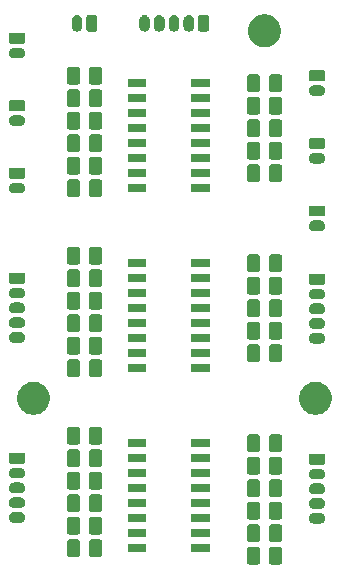
<source format=gts>
G04 #@! TF.GenerationSoftware,KiCad,Pcbnew,(5.0.2)-1*
G04 #@! TF.CreationDate,2018-12-27T22:24:40-05:00*
G04 #@! TF.ProjectId,WarthoggitClone_4Layer,57617274-686f-4676-9769-74436c6f6e65,rev?*
G04 #@! TF.SameCoordinates,Original*
G04 #@! TF.FileFunction,Soldermask,Top*
G04 #@! TF.FilePolarity,Negative*
%FSLAX46Y46*%
G04 Gerber Fmt 4.6, Leading zero omitted, Abs format (unit mm)*
G04 Created by KiCad (PCBNEW (5.0.2)-1) date 12/27/2018 10:24:40 PM*
%MOMM*%
%LPD*%
G01*
G04 APERTURE LIST*
%ADD10C,0.100000*%
G04 APERTURE END LIST*
D10*
G36*
X124499466Y-81168565D02*
X124538137Y-81180296D01*
X124573779Y-81199348D01*
X124605017Y-81224983D01*
X124630652Y-81256221D01*
X124649704Y-81291863D01*
X124661435Y-81330534D01*
X124666000Y-81376888D01*
X124666000Y-82453112D01*
X124661435Y-82499466D01*
X124649704Y-82538137D01*
X124630652Y-82573779D01*
X124605017Y-82605017D01*
X124573779Y-82630652D01*
X124538137Y-82649704D01*
X124499466Y-82661435D01*
X124453112Y-82666000D01*
X123801888Y-82666000D01*
X123755534Y-82661435D01*
X123716863Y-82649704D01*
X123681221Y-82630652D01*
X123649983Y-82605017D01*
X123624348Y-82573779D01*
X123605296Y-82538137D01*
X123593565Y-82499466D01*
X123589000Y-82453112D01*
X123589000Y-81376888D01*
X123593565Y-81330534D01*
X123605296Y-81291863D01*
X123624348Y-81256221D01*
X123649983Y-81224983D01*
X123681221Y-81199348D01*
X123716863Y-81180296D01*
X123755534Y-81168565D01*
X123801888Y-81164000D01*
X124453112Y-81164000D01*
X124499466Y-81168565D01*
X124499466Y-81168565D01*
G37*
G36*
X122624466Y-81168565D02*
X122663137Y-81180296D01*
X122698779Y-81199348D01*
X122730017Y-81224983D01*
X122755652Y-81256221D01*
X122774704Y-81291863D01*
X122786435Y-81330534D01*
X122791000Y-81376888D01*
X122791000Y-82453112D01*
X122786435Y-82499466D01*
X122774704Y-82538137D01*
X122755652Y-82573779D01*
X122730017Y-82605017D01*
X122698779Y-82630652D01*
X122663137Y-82649704D01*
X122624466Y-82661435D01*
X122578112Y-82666000D01*
X121926888Y-82666000D01*
X121880534Y-82661435D01*
X121841863Y-82649704D01*
X121806221Y-82630652D01*
X121774983Y-82605017D01*
X121749348Y-82573779D01*
X121730296Y-82538137D01*
X121718565Y-82499466D01*
X121714000Y-82453112D01*
X121714000Y-81376888D01*
X121718565Y-81330534D01*
X121730296Y-81291863D01*
X121749348Y-81256221D01*
X121774983Y-81224983D01*
X121806221Y-81199348D01*
X121841863Y-81180296D01*
X121880534Y-81168565D01*
X121926888Y-81164000D01*
X122578112Y-81164000D01*
X122624466Y-81168565D01*
X122624466Y-81168565D01*
G37*
G36*
X109259466Y-80533565D02*
X109298137Y-80545296D01*
X109333779Y-80564348D01*
X109365017Y-80589983D01*
X109390652Y-80621221D01*
X109409704Y-80656863D01*
X109421435Y-80695534D01*
X109426000Y-80741888D01*
X109426000Y-81818112D01*
X109421435Y-81864466D01*
X109409704Y-81903137D01*
X109390652Y-81938779D01*
X109365017Y-81970017D01*
X109333779Y-81995652D01*
X109298137Y-82014704D01*
X109259466Y-82026435D01*
X109213112Y-82031000D01*
X108561888Y-82031000D01*
X108515534Y-82026435D01*
X108476863Y-82014704D01*
X108441221Y-81995652D01*
X108409983Y-81970017D01*
X108384348Y-81938779D01*
X108365296Y-81903137D01*
X108353565Y-81864466D01*
X108349000Y-81818112D01*
X108349000Y-80741888D01*
X108353565Y-80695534D01*
X108365296Y-80656863D01*
X108384348Y-80621221D01*
X108409983Y-80589983D01*
X108441221Y-80564348D01*
X108476863Y-80545296D01*
X108515534Y-80533565D01*
X108561888Y-80529000D01*
X109213112Y-80529000D01*
X109259466Y-80533565D01*
X109259466Y-80533565D01*
G37*
G36*
X107384466Y-80533565D02*
X107423137Y-80545296D01*
X107458779Y-80564348D01*
X107490017Y-80589983D01*
X107515652Y-80621221D01*
X107534704Y-80656863D01*
X107546435Y-80695534D01*
X107551000Y-80741888D01*
X107551000Y-81818112D01*
X107546435Y-81864466D01*
X107534704Y-81903137D01*
X107515652Y-81938779D01*
X107490017Y-81970017D01*
X107458779Y-81995652D01*
X107423137Y-82014704D01*
X107384466Y-82026435D01*
X107338112Y-82031000D01*
X106686888Y-82031000D01*
X106640534Y-82026435D01*
X106601863Y-82014704D01*
X106566221Y-81995652D01*
X106534983Y-81970017D01*
X106509348Y-81938779D01*
X106490296Y-81903137D01*
X106478565Y-81864466D01*
X106474000Y-81818112D01*
X106474000Y-80741888D01*
X106478565Y-80695534D01*
X106490296Y-80656863D01*
X106509348Y-80621221D01*
X106534983Y-80589983D01*
X106566221Y-80564348D01*
X106601863Y-80545296D01*
X106640534Y-80533565D01*
X106686888Y-80529000D01*
X107338112Y-80529000D01*
X107384466Y-80533565D01*
X107384466Y-80533565D01*
G37*
G36*
X118596000Y-81631000D02*
X116994000Y-81631000D01*
X116994000Y-80929000D01*
X118596000Y-80929000D01*
X118596000Y-81631000D01*
X118596000Y-81631000D01*
G37*
G36*
X113196000Y-81631000D02*
X111594000Y-81631000D01*
X111594000Y-80929000D01*
X113196000Y-80929000D01*
X113196000Y-81631000D01*
X113196000Y-81631000D01*
G37*
G36*
X122624466Y-79263565D02*
X122663137Y-79275296D01*
X122698779Y-79294348D01*
X122730017Y-79319983D01*
X122755652Y-79351221D01*
X122774704Y-79386863D01*
X122786435Y-79425534D01*
X122791000Y-79471888D01*
X122791000Y-80548112D01*
X122786435Y-80594466D01*
X122774704Y-80633137D01*
X122755652Y-80668779D01*
X122730017Y-80700017D01*
X122698779Y-80725652D01*
X122663137Y-80744704D01*
X122624466Y-80756435D01*
X122578112Y-80761000D01*
X121926888Y-80761000D01*
X121880534Y-80756435D01*
X121841863Y-80744704D01*
X121806221Y-80725652D01*
X121774983Y-80700017D01*
X121749348Y-80668779D01*
X121730296Y-80633137D01*
X121718565Y-80594466D01*
X121714000Y-80548112D01*
X121714000Y-79471888D01*
X121718565Y-79425534D01*
X121730296Y-79386863D01*
X121749348Y-79351221D01*
X121774983Y-79319983D01*
X121806221Y-79294348D01*
X121841863Y-79275296D01*
X121880534Y-79263565D01*
X121926888Y-79259000D01*
X122578112Y-79259000D01*
X122624466Y-79263565D01*
X122624466Y-79263565D01*
G37*
G36*
X124499466Y-79263565D02*
X124538137Y-79275296D01*
X124573779Y-79294348D01*
X124605017Y-79319983D01*
X124630652Y-79351221D01*
X124649704Y-79386863D01*
X124661435Y-79425534D01*
X124666000Y-79471888D01*
X124666000Y-80548112D01*
X124661435Y-80594466D01*
X124649704Y-80633137D01*
X124630652Y-80668779D01*
X124605017Y-80700017D01*
X124573779Y-80725652D01*
X124538137Y-80744704D01*
X124499466Y-80756435D01*
X124453112Y-80761000D01*
X123801888Y-80761000D01*
X123755534Y-80756435D01*
X123716863Y-80744704D01*
X123681221Y-80725652D01*
X123649983Y-80700017D01*
X123624348Y-80668779D01*
X123605296Y-80633137D01*
X123593565Y-80594466D01*
X123589000Y-80548112D01*
X123589000Y-79471888D01*
X123593565Y-79425534D01*
X123605296Y-79386863D01*
X123624348Y-79351221D01*
X123649983Y-79319983D01*
X123681221Y-79294348D01*
X123716863Y-79275296D01*
X123755534Y-79263565D01*
X123801888Y-79259000D01*
X124453112Y-79259000D01*
X124499466Y-79263565D01*
X124499466Y-79263565D01*
G37*
G36*
X113196000Y-80361000D02*
X111594000Y-80361000D01*
X111594000Y-79659000D01*
X113196000Y-79659000D01*
X113196000Y-80361000D01*
X113196000Y-80361000D01*
G37*
G36*
X118596000Y-80361000D02*
X116994000Y-80361000D01*
X116994000Y-79659000D01*
X118596000Y-79659000D01*
X118596000Y-80361000D01*
X118596000Y-80361000D01*
G37*
G36*
X109259466Y-78628565D02*
X109298137Y-78640296D01*
X109333779Y-78659348D01*
X109365017Y-78684983D01*
X109390652Y-78716221D01*
X109409704Y-78751863D01*
X109421435Y-78790534D01*
X109426000Y-78836888D01*
X109426000Y-79913112D01*
X109421435Y-79959466D01*
X109409704Y-79998137D01*
X109390652Y-80033779D01*
X109365017Y-80065017D01*
X109333779Y-80090652D01*
X109298137Y-80109704D01*
X109259466Y-80121435D01*
X109213112Y-80126000D01*
X108561888Y-80126000D01*
X108515534Y-80121435D01*
X108476863Y-80109704D01*
X108441221Y-80090652D01*
X108409983Y-80065017D01*
X108384348Y-80033779D01*
X108365296Y-79998137D01*
X108353565Y-79959466D01*
X108349000Y-79913112D01*
X108349000Y-78836888D01*
X108353565Y-78790534D01*
X108365296Y-78751863D01*
X108384348Y-78716221D01*
X108409983Y-78684983D01*
X108441221Y-78659348D01*
X108476863Y-78640296D01*
X108515534Y-78628565D01*
X108561888Y-78624000D01*
X109213112Y-78624000D01*
X109259466Y-78628565D01*
X109259466Y-78628565D01*
G37*
G36*
X107384466Y-78628565D02*
X107423137Y-78640296D01*
X107458779Y-78659348D01*
X107490017Y-78684983D01*
X107515652Y-78716221D01*
X107534704Y-78751863D01*
X107546435Y-78790534D01*
X107551000Y-78836888D01*
X107551000Y-79913112D01*
X107546435Y-79959466D01*
X107534704Y-79998137D01*
X107515652Y-80033779D01*
X107490017Y-80065017D01*
X107458779Y-80090652D01*
X107423137Y-80109704D01*
X107384466Y-80121435D01*
X107338112Y-80126000D01*
X106686888Y-80126000D01*
X106640534Y-80121435D01*
X106601863Y-80109704D01*
X106566221Y-80090652D01*
X106534983Y-80065017D01*
X106509348Y-80033779D01*
X106490296Y-79998137D01*
X106478565Y-79959466D01*
X106474000Y-79913112D01*
X106474000Y-78836888D01*
X106478565Y-78790534D01*
X106490296Y-78751863D01*
X106509348Y-78716221D01*
X106534983Y-78684983D01*
X106566221Y-78659348D01*
X106601863Y-78640296D01*
X106640534Y-78628565D01*
X106686888Y-78624000D01*
X107338112Y-78624000D01*
X107384466Y-78628565D01*
X107384466Y-78628565D01*
G37*
G36*
X127973413Y-78295525D02*
X128048456Y-78318290D01*
X128058425Y-78321314D01*
X128136774Y-78363193D01*
X128205448Y-78419552D01*
X128261807Y-78488226D01*
X128303686Y-78566575D01*
X128303687Y-78566579D01*
X128329475Y-78651587D01*
X128338182Y-78740000D01*
X128329475Y-78828413D01*
X128309806Y-78893250D01*
X128303686Y-78913425D01*
X128261807Y-78991774D01*
X128205448Y-79060448D01*
X128136774Y-79116807D01*
X128058425Y-79158686D01*
X128048456Y-79161710D01*
X127973413Y-79184475D01*
X127907158Y-79191000D01*
X127362842Y-79191000D01*
X127296587Y-79184475D01*
X127221544Y-79161710D01*
X127211575Y-79158686D01*
X127133226Y-79116807D01*
X127064552Y-79060448D01*
X127008193Y-78991774D01*
X126966314Y-78913425D01*
X126960194Y-78893250D01*
X126940525Y-78828413D01*
X126931818Y-78740000D01*
X126940525Y-78651587D01*
X126966313Y-78566579D01*
X126966314Y-78566575D01*
X127008193Y-78488226D01*
X127064552Y-78419552D01*
X127133226Y-78363193D01*
X127211575Y-78321314D01*
X127221544Y-78318290D01*
X127296587Y-78295525D01*
X127362842Y-78289000D01*
X127907158Y-78289000D01*
X127973413Y-78295525D01*
X127973413Y-78295525D01*
G37*
G36*
X102573413Y-78215525D02*
X102648456Y-78238290D01*
X102658425Y-78241314D01*
X102736774Y-78283193D01*
X102805448Y-78339552D01*
X102861807Y-78408226D01*
X102903686Y-78486575D01*
X102904187Y-78488226D01*
X102929475Y-78571587D01*
X102938182Y-78660000D01*
X102929475Y-78748413D01*
X102915337Y-78795017D01*
X102903686Y-78833425D01*
X102861807Y-78911774D01*
X102805448Y-78980448D01*
X102736774Y-79036807D01*
X102658425Y-79078686D01*
X102648456Y-79081710D01*
X102573413Y-79104475D01*
X102507158Y-79111000D01*
X101962842Y-79111000D01*
X101896587Y-79104475D01*
X101821544Y-79081710D01*
X101811575Y-79078686D01*
X101733226Y-79036807D01*
X101664552Y-78980448D01*
X101608193Y-78911774D01*
X101566314Y-78833425D01*
X101554663Y-78795017D01*
X101540525Y-78748413D01*
X101531818Y-78660000D01*
X101540525Y-78571587D01*
X101565813Y-78488226D01*
X101566314Y-78486575D01*
X101608193Y-78408226D01*
X101664552Y-78339552D01*
X101733226Y-78283193D01*
X101811575Y-78241314D01*
X101821544Y-78238290D01*
X101896587Y-78215525D01*
X101962842Y-78209000D01*
X102507158Y-78209000D01*
X102573413Y-78215525D01*
X102573413Y-78215525D01*
G37*
G36*
X113196000Y-79091000D02*
X111594000Y-79091000D01*
X111594000Y-78389000D01*
X113196000Y-78389000D01*
X113196000Y-79091000D01*
X113196000Y-79091000D01*
G37*
G36*
X118596000Y-79091000D02*
X116994000Y-79091000D01*
X116994000Y-78389000D01*
X118596000Y-78389000D01*
X118596000Y-79091000D01*
X118596000Y-79091000D01*
G37*
G36*
X124499466Y-77358565D02*
X124538137Y-77370296D01*
X124573779Y-77389348D01*
X124605017Y-77414983D01*
X124630652Y-77446221D01*
X124649704Y-77481863D01*
X124661435Y-77520534D01*
X124666000Y-77566888D01*
X124666000Y-78643112D01*
X124661435Y-78689466D01*
X124649704Y-78728137D01*
X124630652Y-78763779D01*
X124605017Y-78795017D01*
X124573779Y-78820652D01*
X124538137Y-78839704D01*
X124499466Y-78851435D01*
X124453112Y-78856000D01*
X123801888Y-78856000D01*
X123755534Y-78851435D01*
X123716863Y-78839704D01*
X123681221Y-78820652D01*
X123649983Y-78795017D01*
X123624348Y-78763779D01*
X123605296Y-78728137D01*
X123593565Y-78689466D01*
X123589000Y-78643112D01*
X123589000Y-77566888D01*
X123593565Y-77520534D01*
X123605296Y-77481863D01*
X123624348Y-77446221D01*
X123649983Y-77414983D01*
X123681221Y-77389348D01*
X123716863Y-77370296D01*
X123755534Y-77358565D01*
X123801888Y-77354000D01*
X124453112Y-77354000D01*
X124499466Y-77358565D01*
X124499466Y-77358565D01*
G37*
G36*
X122624466Y-77358565D02*
X122663137Y-77370296D01*
X122698779Y-77389348D01*
X122730017Y-77414983D01*
X122755652Y-77446221D01*
X122774704Y-77481863D01*
X122786435Y-77520534D01*
X122791000Y-77566888D01*
X122791000Y-78643112D01*
X122786435Y-78689466D01*
X122774704Y-78728137D01*
X122755652Y-78763779D01*
X122730017Y-78795017D01*
X122698779Y-78820652D01*
X122663137Y-78839704D01*
X122624466Y-78851435D01*
X122578112Y-78856000D01*
X121926888Y-78856000D01*
X121880534Y-78851435D01*
X121841863Y-78839704D01*
X121806221Y-78820652D01*
X121774983Y-78795017D01*
X121749348Y-78763779D01*
X121730296Y-78728137D01*
X121718565Y-78689466D01*
X121714000Y-78643112D01*
X121714000Y-77566888D01*
X121718565Y-77520534D01*
X121730296Y-77481863D01*
X121749348Y-77446221D01*
X121774983Y-77414983D01*
X121806221Y-77389348D01*
X121841863Y-77370296D01*
X121880534Y-77358565D01*
X121926888Y-77354000D01*
X122578112Y-77354000D01*
X122624466Y-77358565D01*
X122624466Y-77358565D01*
G37*
G36*
X107384466Y-76723565D02*
X107423137Y-76735296D01*
X107458779Y-76754348D01*
X107490017Y-76779983D01*
X107515652Y-76811221D01*
X107534704Y-76846863D01*
X107546435Y-76885534D01*
X107551000Y-76931888D01*
X107551000Y-78008112D01*
X107546435Y-78054466D01*
X107534704Y-78093137D01*
X107515652Y-78128779D01*
X107490017Y-78160017D01*
X107458779Y-78185652D01*
X107423137Y-78204704D01*
X107384466Y-78216435D01*
X107338112Y-78221000D01*
X106686888Y-78221000D01*
X106640534Y-78216435D01*
X106601863Y-78204704D01*
X106566221Y-78185652D01*
X106534983Y-78160017D01*
X106509348Y-78128779D01*
X106490296Y-78093137D01*
X106478565Y-78054466D01*
X106474000Y-78008112D01*
X106474000Y-76931888D01*
X106478565Y-76885534D01*
X106490296Y-76846863D01*
X106509348Y-76811221D01*
X106534983Y-76779983D01*
X106566221Y-76754348D01*
X106601863Y-76735296D01*
X106640534Y-76723565D01*
X106686888Y-76719000D01*
X107338112Y-76719000D01*
X107384466Y-76723565D01*
X107384466Y-76723565D01*
G37*
G36*
X109259466Y-76723565D02*
X109298137Y-76735296D01*
X109333779Y-76754348D01*
X109365017Y-76779983D01*
X109390652Y-76811221D01*
X109409704Y-76846863D01*
X109421435Y-76885534D01*
X109426000Y-76931888D01*
X109426000Y-78008112D01*
X109421435Y-78054466D01*
X109409704Y-78093137D01*
X109390652Y-78128779D01*
X109365017Y-78160017D01*
X109333779Y-78185652D01*
X109298137Y-78204704D01*
X109259466Y-78216435D01*
X109213112Y-78221000D01*
X108561888Y-78221000D01*
X108515534Y-78216435D01*
X108476863Y-78204704D01*
X108441221Y-78185652D01*
X108409983Y-78160017D01*
X108384348Y-78128779D01*
X108365296Y-78093137D01*
X108353565Y-78054466D01*
X108349000Y-78008112D01*
X108349000Y-76931888D01*
X108353565Y-76885534D01*
X108365296Y-76846863D01*
X108384348Y-76811221D01*
X108409983Y-76779983D01*
X108441221Y-76754348D01*
X108476863Y-76735296D01*
X108515534Y-76723565D01*
X108561888Y-76719000D01*
X109213112Y-76719000D01*
X109259466Y-76723565D01*
X109259466Y-76723565D01*
G37*
G36*
X127973413Y-77045525D02*
X128048456Y-77068290D01*
X128058425Y-77071314D01*
X128136774Y-77113193D01*
X128205448Y-77169552D01*
X128261807Y-77238226D01*
X128303686Y-77316575D01*
X128303687Y-77316579D01*
X128329475Y-77401587D01*
X128338182Y-77490000D01*
X128329475Y-77578413D01*
X128315873Y-77623250D01*
X128303686Y-77663425D01*
X128261807Y-77741774D01*
X128205448Y-77810448D01*
X128136774Y-77866807D01*
X128058425Y-77908686D01*
X128048456Y-77911710D01*
X127973413Y-77934475D01*
X127907158Y-77941000D01*
X127362842Y-77941000D01*
X127296587Y-77934475D01*
X127221544Y-77911710D01*
X127211575Y-77908686D01*
X127133226Y-77866807D01*
X127064552Y-77810448D01*
X127008193Y-77741774D01*
X126966314Y-77663425D01*
X126954127Y-77623250D01*
X126940525Y-77578413D01*
X126931818Y-77490000D01*
X126940525Y-77401587D01*
X126966313Y-77316579D01*
X126966314Y-77316575D01*
X127008193Y-77238226D01*
X127064552Y-77169552D01*
X127133226Y-77113193D01*
X127211575Y-77071314D01*
X127221544Y-77068290D01*
X127296587Y-77045525D01*
X127362842Y-77039000D01*
X127907158Y-77039000D01*
X127973413Y-77045525D01*
X127973413Y-77045525D01*
G37*
G36*
X102573413Y-76965525D02*
X102648324Y-76988250D01*
X102658425Y-76991314D01*
X102736774Y-77033193D01*
X102805448Y-77089552D01*
X102861807Y-77158226D01*
X102903686Y-77236575D01*
X102904187Y-77238226D01*
X102929475Y-77321587D01*
X102938182Y-77410000D01*
X102929475Y-77498413D01*
X102908702Y-77566888D01*
X102903686Y-77583425D01*
X102861807Y-77661774D01*
X102805448Y-77730448D01*
X102736774Y-77786807D01*
X102658425Y-77828686D01*
X102648456Y-77831710D01*
X102573413Y-77854475D01*
X102507158Y-77861000D01*
X101962842Y-77861000D01*
X101896587Y-77854475D01*
X101821544Y-77831710D01*
X101811575Y-77828686D01*
X101733226Y-77786807D01*
X101664552Y-77730448D01*
X101608193Y-77661774D01*
X101566314Y-77583425D01*
X101561298Y-77566888D01*
X101540525Y-77498413D01*
X101531818Y-77410000D01*
X101540525Y-77321587D01*
X101565813Y-77238226D01*
X101566314Y-77236575D01*
X101608193Y-77158226D01*
X101664552Y-77089552D01*
X101733226Y-77033193D01*
X101811575Y-76991314D01*
X101821676Y-76988250D01*
X101896587Y-76965525D01*
X101962842Y-76959000D01*
X102507158Y-76959000D01*
X102573413Y-76965525D01*
X102573413Y-76965525D01*
G37*
G36*
X118596000Y-77821000D02*
X116994000Y-77821000D01*
X116994000Y-77119000D01*
X118596000Y-77119000D01*
X118596000Y-77821000D01*
X118596000Y-77821000D01*
G37*
G36*
X113196000Y-77821000D02*
X111594000Y-77821000D01*
X111594000Y-77119000D01*
X113196000Y-77119000D01*
X113196000Y-77821000D01*
X113196000Y-77821000D01*
G37*
G36*
X122624466Y-75453565D02*
X122663137Y-75465296D01*
X122698779Y-75484348D01*
X122730017Y-75509983D01*
X122755652Y-75541221D01*
X122774704Y-75576863D01*
X122786435Y-75615534D01*
X122791000Y-75661888D01*
X122791000Y-76738112D01*
X122786435Y-76784466D01*
X122774704Y-76823137D01*
X122755652Y-76858779D01*
X122730017Y-76890017D01*
X122698779Y-76915652D01*
X122663137Y-76934704D01*
X122624466Y-76946435D01*
X122578112Y-76951000D01*
X121926888Y-76951000D01*
X121880534Y-76946435D01*
X121841863Y-76934704D01*
X121806221Y-76915652D01*
X121774983Y-76890017D01*
X121749348Y-76858779D01*
X121730296Y-76823137D01*
X121718565Y-76784466D01*
X121714000Y-76738112D01*
X121714000Y-75661888D01*
X121718565Y-75615534D01*
X121730296Y-75576863D01*
X121749348Y-75541221D01*
X121774983Y-75509983D01*
X121806221Y-75484348D01*
X121841863Y-75465296D01*
X121880534Y-75453565D01*
X121926888Y-75449000D01*
X122578112Y-75449000D01*
X122624466Y-75453565D01*
X122624466Y-75453565D01*
G37*
G36*
X124499466Y-75453565D02*
X124538137Y-75465296D01*
X124573779Y-75484348D01*
X124605017Y-75509983D01*
X124630652Y-75541221D01*
X124649704Y-75576863D01*
X124661435Y-75615534D01*
X124666000Y-75661888D01*
X124666000Y-76738112D01*
X124661435Y-76784466D01*
X124649704Y-76823137D01*
X124630652Y-76858779D01*
X124605017Y-76890017D01*
X124573779Y-76915652D01*
X124538137Y-76934704D01*
X124499466Y-76946435D01*
X124453112Y-76951000D01*
X123801888Y-76951000D01*
X123755534Y-76946435D01*
X123716863Y-76934704D01*
X123681221Y-76915652D01*
X123649983Y-76890017D01*
X123624348Y-76858779D01*
X123605296Y-76823137D01*
X123593565Y-76784466D01*
X123589000Y-76738112D01*
X123589000Y-75661888D01*
X123593565Y-75615534D01*
X123605296Y-75576863D01*
X123624348Y-75541221D01*
X123649983Y-75509983D01*
X123681221Y-75484348D01*
X123716863Y-75465296D01*
X123755534Y-75453565D01*
X123801888Y-75449000D01*
X124453112Y-75449000D01*
X124499466Y-75453565D01*
X124499466Y-75453565D01*
G37*
G36*
X127973413Y-75795525D02*
X128048456Y-75818290D01*
X128058425Y-75821314D01*
X128136774Y-75863193D01*
X128205448Y-75919552D01*
X128261807Y-75988226D01*
X128303686Y-76066575D01*
X128303687Y-76066579D01*
X128329475Y-76151587D01*
X128338182Y-76240000D01*
X128329475Y-76328413D01*
X128306710Y-76403456D01*
X128303686Y-76413425D01*
X128261807Y-76491774D01*
X128205448Y-76560448D01*
X128136774Y-76616807D01*
X128058425Y-76658686D01*
X128048456Y-76661710D01*
X127973413Y-76684475D01*
X127907158Y-76691000D01*
X127362842Y-76691000D01*
X127296587Y-76684475D01*
X127221544Y-76661710D01*
X127211575Y-76658686D01*
X127133226Y-76616807D01*
X127064552Y-76560448D01*
X127008193Y-76491774D01*
X126966314Y-76413425D01*
X126963290Y-76403456D01*
X126940525Y-76328413D01*
X126931818Y-76240000D01*
X126940525Y-76151587D01*
X126966313Y-76066579D01*
X126966314Y-76066575D01*
X127008193Y-75988226D01*
X127064552Y-75919552D01*
X127133226Y-75863193D01*
X127211575Y-75821314D01*
X127221544Y-75818290D01*
X127296587Y-75795525D01*
X127362842Y-75789000D01*
X127907158Y-75789000D01*
X127973413Y-75795525D01*
X127973413Y-75795525D01*
G37*
G36*
X102573413Y-75715525D02*
X102648456Y-75738290D01*
X102658425Y-75741314D01*
X102736774Y-75783193D01*
X102805448Y-75839552D01*
X102861807Y-75908226D01*
X102903686Y-75986575D01*
X102904187Y-75988226D01*
X102929475Y-76071587D01*
X102938182Y-76160000D01*
X102929475Y-76248413D01*
X102908972Y-76316000D01*
X102903686Y-76333425D01*
X102861807Y-76411774D01*
X102805448Y-76480448D01*
X102736774Y-76536807D01*
X102658425Y-76578686D01*
X102648456Y-76581710D01*
X102573413Y-76604475D01*
X102507158Y-76611000D01*
X101962842Y-76611000D01*
X101896587Y-76604475D01*
X101821544Y-76581710D01*
X101811575Y-76578686D01*
X101733226Y-76536807D01*
X101664552Y-76480448D01*
X101608193Y-76411774D01*
X101566314Y-76333425D01*
X101561028Y-76316000D01*
X101540525Y-76248413D01*
X101531818Y-76160000D01*
X101540525Y-76071587D01*
X101565813Y-75988226D01*
X101566314Y-75986575D01*
X101608193Y-75908226D01*
X101664552Y-75839552D01*
X101733226Y-75783193D01*
X101811575Y-75741314D01*
X101821544Y-75738290D01*
X101896587Y-75715525D01*
X101962842Y-75709000D01*
X102507158Y-75709000D01*
X102573413Y-75715525D01*
X102573413Y-75715525D01*
G37*
G36*
X113196000Y-76551000D02*
X111594000Y-76551000D01*
X111594000Y-75849000D01*
X113196000Y-75849000D01*
X113196000Y-76551000D01*
X113196000Y-76551000D01*
G37*
G36*
X118596000Y-76551000D02*
X116994000Y-76551000D01*
X116994000Y-75849000D01*
X118596000Y-75849000D01*
X118596000Y-76551000D01*
X118596000Y-76551000D01*
G37*
G36*
X107384466Y-74818565D02*
X107423137Y-74830296D01*
X107458779Y-74849348D01*
X107490017Y-74874983D01*
X107515652Y-74906221D01*
X107534704Y-74941863D01*
X107546435Y-74980534D01*
X107551000Y-75026888D01*
X107551000Y-76103112D01*
X107546435Y-76149466D01*
X107534704Y-76188137D01*
X107515652Y-76223779D01*
X107490017Y-76255017D01*
X107458779Y-76280652D01*
X107423137Y-76299704D01*
X107384466Y-76311435D01*
X107338112Y-76316000D01*
X106686888Y-76316000D01*
X106640534Y-76311435D01*
X106601863Y-76299704D01*
X106566221Y-76280652D01*
X106534983Y-76255017D01*
X106509348Y-76223779D01*
X106490296Y-76188137D01*
X106478565Y-76149466D01*
X106474000Y-76103112D01*
X106474000Y-75026888D01*
X106478565Y-74980534D01*
X106490296Y-74941863D01*
X106509348Y-74906221D01*
X106534983Y-74874983D01*
X106566221Y-74849348D01*
X106601863Y-74830296D01*
X106640534Y-74818565D01*
X106686888Y-74814000D01*
X107338112Y-74814000D01*
X107384466Y-74818565D01*
X107384466Y-74818565D01*
G37*
G36*
X109259466Y-74818565D02*
X109298137Y-74830296D01*
X109333779Y-74849348D01*
X109365017Y-74874983D01*
X109390652Y-74906221D01*
X109409704Y-74941863D01*
X109421435Y-74980534D01*
X109426000Y-75026888D01*
X109426000Y-76103112D01*
X109421435Y-76149466D01*
X109409704Y-76188137D01*
X109390652Y-76223779D01*
X109365017Y-76255017D01*
X109333779Y-76280652D01*
X109298137Y-76299704D01*
X109259466Y-76311435D01*
X109213112Y-76316000D01*
X108561888Y-76316000D01*
X108515534Y-76311435D01*
X108476863Y-76299704D01*
X108441221Y-76280652D01*
X108409983Y-76255017D01*
X108384348Y-76223779D01*
X108365296Y-76188137D01*
X108353565Y-76149466D01*
X108349000Y-76103112D01*
X108349000Y-75026888D01*
X108353565Y-74980534D01*
X108365296Y-74941863D01*
X108384348Y-74906221D01*
X108409983Y-74874983D01*
X108441221Y-74849348D01*
X108476863Y-74830296D01*
X108515534Y-74818565D01*
X108561888Y-74814000D01*
X109213112Y-74814000D01*
X109259466Y-74818565D01*
X109259466Y-74818565D01*
G37*
G36*
X127973413Y-74545525D02*
X128048456Y-74568290D01*
X128058425Y-74571314D01*
X128136774Y-74613193D01*
X128205448Y-74669552D01*
X128261807Y-74738226D01*
X128303686Y-74816575D01*
X128304474Y-74819174D01*
X128329475Y-74901587D01*
X128338182Y-74990000D01*
X128329475Y-75078413D01*
X128306710Y-75153456D01*
X128303686Y-75163425D01*
X128261807Y-75241774D01*
X128205448Y-75310448D01*
X128136774Y-75366807D01*
X128058425Y-75408686D01*
X128048456Y-75411710D01*
X127973413Y-75434475D01*
X127907158Y-75441000D01*
X127362842Y-75441000D01*
X127296587Y-75434475D01*
X127221544Y-75411710D01*
X127211575Y-75408686D01*
X127133226Y-75366807D01*
X127064552Y-75310448D01*
X127008193Y-75241774D01*
X126966314Y-75163425D01*
X126963290Y-75153456D01*
X126940525Y-75078413D01*
X126931818Y-74990000D01*
X126940525Y-74901587D01*
X126965526Y-74819174D01*
X126966314Y-74816575D01*
X127008193Y-74738226D01*
X127064552Y-74669552D01*
X127133226Y-74613193D01*
X127211575Y-74571314D01*
X127221544Y-74568290D01*
X127296587Y-74545525D01*
X127362842Y-74539000D01*
X127907158Y-74539000D01*
X127973413Y-74545525D01*
X127973413Y-74545525D01*
G37*
G36*
X102573413Y-74465525D02*
X102648456Y-74488290D01*
X102658425Y-74491314D01*
X102736774Y-74533193D01*
X102805448Y-74589552D01*
X102861807Y-74658226D01*
X102903686Y-74736575D01*
X102904187Y-74738226D01*
X102929475Y-74821587D01*
X102938182Y-74910000D01*
X102929475Y-74998413D01*
X102906710Y-75073456D01*
X102903686Y-75083425D01*
X102861807Y-75161774D01*
X102805448Y-75230448D01*
X102736774Y-75286807D01*
X102658425Y-75328686D01*
X102648456Y-75331710D01*
X102573413Y-75354475D01*
X102507158Y-75361000D01*
X101962842Y-75361000D01*
X101896587Y-75354475D01*
X101821544Y-75331710D01*
X101811575Y-75328686D01*
X101733226Y-75286807D01*
X101664552Y-75230448D01*
X101608193Y-75161774D01*
X101566314Y-75083425D01*
X101563290Y-75073456D01*
X101540525Y-74998413D01*
X101531818Y-74910000D01*
X101540525Y-74821587D01*
X101565813Y-74738226D01*
X101566314Y-74736575D01*
X101608193Y-74658226D01*
X101664552Y-74589552D01*
X101733226Y-74533193D01*
X101811575Y-74491314D01*
X101821544Y-74488290D01*
X101896587Y-74465525D01*
X101962842Y-74459000D01*
X102507158Y-74459000D01*
X102573413Y-74465525D01*
X102573413Y-74465525D01*
G37*
G36*
X113196000Y-75281000D02*
X111594000Y-75281000D01*
X111594000Y-74579000D01*
X113196000Y-74579000D01*
X113196000Y-75281000D01*
X113196000Y-75281000D01*
G37*
G36*
X118596000Y-75281000D02*
X116994000Y-75281000D01*
X116994000Y-74579000D01*
X118596000Y-74579000D01*
X118596000Y-75281000D01*
X118596000Y-75281000D01*
G37*
G36*
X124499466Y-73548565D02*
X124538137Y-73560296D01*
X124573779Y-73579348D01*
X124605017Y-73604983D01*
X124630652Y-73636221D01*
X124649704Y-73671863D01*
X124661435Y-73710534D01*
X124666000Y-73756888D01*
X124666000Y-74833112D01*
X124661435Y-74879466D01*
X124649704Y-74918137D01*
X124630652Y-74953779D01*
X124605017Y-74985017D01*
X124573779Y-75010652D01*
X124538137Y-75029704D01*
X124499466Y-75041435D01*
X124453112Y-75046000D01*
X123801888Y-75046000D01*
X123755534Y-75041435D01*
X123716863Y-75029704D01*
X123681221Y-75010652D01*
X123649983Y-74985017D01*
X123624348Y-74953779D01*
X123605296Y-74918137D01*
X123593565Y-74879466D01*
X123589000Y-74833112D01*
X123589000Y-73756888D01*
X123593565Y-73710534D01*
X123605296Y-73671863D01*
X123624348Y-73636221D01*
X123649983Y-73604983D01*
X123681221Y-73579348D01*
X123716863Y-73560296D01*
X123755534Y-73548565D01*
X123801888Y-73544000D01*
X124453112Y-73544000D01*
X124499466Y-73548565D01*
X124499466Y-73548565D01*
G37*
G36*
X122624466Y-73548565D02*
X122663137Y-73560296D01*
X122698779Y-73579348D01*
X122730017Y-73604983D01*
X122755652Y-73636221D01*
X122774704Y-73671863D01*
X122786435Y-73710534D01*
X122791000Y-73756888D01*
X122791000Y-74833112D01*
X122786435Y-74879466D01*
X122774704Y-74918137D01*
X122755652Y-74953779D01*
X122730017Y-74985017D01*
X122698779Y-75010652D01*
X122663137Y-75029704D01*
X122624466Y-75041435D01*
X122578112Y-75046000D01*
X121926888Y-75046000D01*
X121880534Y-75041435D01*
X121841863Y-75029704D01*
X121806221Y-75010652D01*
X121774983Y-74985017D01*
X121749348Y-74953779D01*
X121730296Y-74918137D01*
X121718565Y-74879466D01*
X121714000Y-74833112D01*
X121714000Y-73756888D01*
X121718565Y-73710534D01*
X121730296Y-73671863D01*
X121749348Y-73636221D01*
X121774983Y-73604983D01*
X121806221Y-73579348D01*
X121841863Y-73560296D01*
X121880534Y-73548565D01*
X121926888Y-73544000D01*
X122578112Y-73544000D01*
X122624466Y-73548565D01*
X122624466Y-73548565D01*
G37*
G36*
X107384466Y-72913565D02*
X107423137Y-72925296D01*
X107458779Y-72944348D01*
X107490017Y-72969983D01*
X107515652Y-73001221D01*
X107534704Y-73036863D01*
X107546435Y-73075534D01*
X107551000Y-73121888D01*
X107551000Y-74198112D01*
X107546435Y-74244466D01*
X107534704Y-74283137D01*
X107515652Y-74318779D01*
X107490017Y-74350017D01*
X107458779Y-74375652D01*
X107423137Y-74394704D01*
X107384466Y-74406435D01*
X107338112Y-74411000D01*
X106686888Y-74411000D01*
X106640534Y-74406435D01*
X106601863Y-74394704D01*
X106566221Y-74375652D01*
X106534983Y-74350017D01*
X106509348Y-74318779D01*
X106490296Y-74283137D01*
X106478565Y-74244466D01*
X106474000Y-74198112D01*
X106474000Y-73121888D01*
X106478565Y-73075534D01*
X106490296Y-73036863D01*
X106509348Y-73001221D01*
X106534983Y-72969983D01*
X106566221Y-72944348D01*
X106601863Y-72925296D01*
X106640534Y-72913565D01*
X106686888Y-72909000D01*
X107338112Y-72909000D01*
X107384466Y-72913565D01*
X107384466Y-72913565D01*
G37*
G36*
X109259466Y-72913565D02*
X109298137Y-72925296D01*
X109333779Y-72944348D01*
X109365017Y-72969983D01*
X109390652Y-73001221D01*
X109409704Y-73036863D01*
X109421435Y-73075534D01*
X109426000Y-73121888D01*
X109426000Y-74198112D01*
X109421435Y-74244466D01*
X109409704Y-74283137D01*
X109390652Y-74318779D01*
X109365017Y-74350017D01*
X109333779Y-74375652D01*
X109298137Y-74394704D01*
X109259466Y-74406435D01*
X109213112Y-74411000D01*
X108561888Y-74411000D01*
X108515534Y-74406435D01*
X108476863Y-74394704D01*
X108441221Y-74375652D01*
X108409983Y-74350017D01*
X108384348Y-74318779D01*
X108365296Y-74283137D01*
X108353565Y-74244466D01*
X108349000Y-74198112D01*
X108349000Y-73121888D01*
X108353565Y-73075534D01*
X108365296Y-73036863D01*
X108384348Y-73001221D01*
X108409983Y-72969983D01*
X108441221Y-72944348D01*
X108476863Y-72925296D01*
X108515534Y-72913565D01*
X108561888Y-72909000D01*
X109213112Y-72909000D01*
X109259466Y-72913565D01*
X109259466Y-72913565D01*
G37*
G36*
X128204683Y-73292725D02*
X128235144Y-73301966D01*
X128263223Y-73316975D01*
X128287831Y-73337169D01*
X128308025Y-73361777D01*
X128323034Y-73389856D01*
X128332275Y-73420317D01*
X128336000Y-73458140D01*
X128336000Y-74021860D01*
X128332275Y-74059683D01*
X128323034Y-74090144D01*
X128308025Y-74118223D01*
X128287831Y-74142831D01*
X128263223Y-74163025D01*
X128235144Y-74178034D01*
X128204683Y-74187275D01*
X128166860Y-74191000D01*
X127103140Y-74191000D01*
X127065317Y-74187275D01*
X127034856Y-74178034D01*
X127006777Y-74163025D01*
X126982169Y-74142831D01*
X126961975Y-74118223D01*
X126946966Y-74090144D01*
X126937725Y-74059683D01*
X126934000Y-74021860D01*
X126934000Y-73458140D01*
X126937725Y-73420317D01*
X126946966Y-73389856D01*
X126961975Y-73361777D01*
X126982169Y-73337169D01*
X127006777Y-73316975D01*
X127034856Y-73301966D01*
X127065317Y-73292725D01*
X127103140Y-73289000D01*
X128166860Y-73289000D01*
X128204683Y-73292725D01*
X128204683Y-73292725D01*
G37*
G36*
X102804683Y-73212725D02*
X102835144Y-73221966D01*
X102863223Y-73236975D01*
X102887831Y-73257169D01*
X102908025Y-73281777D01*
X102923034Y-73309856D01*
X102932275Y-73340317D01*
X102936000Y-73378140D01*
X102936000Y-73941860D01*
X102932275Y-73979683D01*
X102923034Y-74010144D01*
X102908025Y-74038223D01*
X102887831Y-74062831D01*
X102863223Y-74083025D01*
X102835144Y-74098034D01*
X102804683Y-74107275D01*
X102766860Y-74111000D01*
X101703140Y-74111000D01*
X101665317Y-74107275D01*
X101634856Y-74098034D01*
X101606777Y-74083025D01*
X101582169Y-74062831D01*
X101561975Y-74038223D01*
X101546966Y-74010144D01*
X101537725Y-73979683D01*
X101534000Y-73941860D01*
X101534000Y-73378140D01*
X101537725Y-73340317D01*
X101546966Y-73309856D01*
X101561975Y-73281777D01*
X101582169Y-73257169D01*
X101606777Y-73236975D01*
X101634856Y-73221966D01*
X101665317Y-73212725D01*
X101703140Y-73209000D01*
X102766860Y-73209000D01*
X102804683Y-73212725D01*
X102804683Y-73212725D01*
G37*
G36*
X118596000Y-74011000D02*
X116994000Y-74011000D01*
X116994000Y-73309000D01*
X118596000Y-73309000D01*
X118596000Y-74011000D01*
X118596000Y-74011000D01*
G37*
G36*
X113196000Y-74011000D02*
X111594000Y-74011000D01*
X111594000Y-73309000D01*
X113196000Y-73309000D01*
X113196000Y-74011000D01*
X113196000Y-74011000D01*
G37*
G36*
X124499466Y-71643565D02*
X124538137Y-71655296D01*
X124573779Y-71674348D01*
X124605017Y-71699983D01*
X124630652Y-71731221D01*
X124649704Y-71766863D01*
X124661435Y-71805534D01*
X124666000Y-71851888D01*
X124666000Y-72928112D01*
X124661435Y-72974466D01*
X124649704Y-73013137D01*
X124630652Y-73048779D01*
X124605017Y-73080017D01*
X124573779Y-73105652D01*
X124538137Y-73124704D01*
X124499466Y-73136435D01*
X124453112Y-73141000D01*
X123801888Y-73141000D01*
X123755534Y-73136435D01*
X123716863Y-73124704D01*
X123681221Y-73105652D01*
X123649983Y-73080017D01*
X123624348Y-73048779D01*
X123605296Y-73013137D01*
X123593565Y-72974466D01*
X123589000Y-72928112D01*
X123589000Y-71851888D01*
X123593565Y-71805534D01*
X123605296Y-71766863D01*
X123624348Y-71731221D01*
X123649983Y-71699983D01*
X123681221Y-71674348D01*
X123716863Y-71655296D01*
X123755534Y-71643565D01*
X123801888Y-71639000D01*
X124453112Y-71639000D01*
X124499466Y-71643565D01*
X124499466Y-71643565D01*
G37*
G36*
X122624466Y-71643565D02*
X122663137Y-71655296D01*
X122698779Y-71674348D01*
X122730017Y-71699983D01*
X122755652Y-71731221D01*
X122774704Y-71766863D01*
X122786435Y-71805534D01*
X122791000Y-71851888D01*
X122791000Y-72928112D01*
X122786435Y-72974466D01*
X122774704Y-73013137D01*
X122755652Y-73048779D01*
X122730017Y-73080017D01*
X122698779Y-73105652D01*
X122663137Y-73124704D01*
X122624466Y-73136435D01*
X122578112Y-73141000D01*
X121926888Y-73141000D01*
X121880534Y-73136435D01*
X121841863Y-73124704D01*
X121806221Y-73105652D01*
X121774983Y-73080017D01*
X121749348Y-73048779D01*
X121730296Y-73013137D01*
X121718565Y-72974466D01*
X121714000Y-72928112D01*
X121714000Y-71851888D01*
X121718565Y-71805534D01*
X121730296Y-71766863D01*
X121749348Y-71731221D01*
X121774983Y-71699983D01*
X121806221Y-71674348D01*
X121841863Y-71655296D01*
X121880534Y-71643565D01*
X121926888Y-71639000D01*
X122578112Y-71639000D01*
X122624466Y-71643565D01*
X122624466Y-71643565D01*
G37*
G36*
X113196000Y-72741000D02*
X111594000Y-72741000D01*
X111594000Y-72039000D01*
X113196000Y-72039000D01*
X113196000Y-72741000D01*
X113196000Y-72741000D01*
G37*
G36*
X118596000Y-72741000D02*
X116994000Y-72741000D01*
X116994000Y-72039000D01*
X118596000Y-72039000D01*
X118596000Y-72741000D01*
X118596000Y-72741000D01*
G37*
G36*
X107384466Y-71008565D02*
X107423137Y-71020296D01*
X107458779Y-71039348D01*
X107490017Y-71064983D01*
X107515652Y-71096221D01*
X107534704Y-71131863D01*
X107546435Y-71170534D01*
X107551000Y-71216888D01*
X107551000Y-72293112D01*
X107546435Y-72339466D01*
X107534704Y-72378137D01*
X107515652Y-72413779D01*
X107490017Y-72445017D01*
X107458779Y-72470652D01*
X107423137Y-72489704D01*
X107384466Y-72501435D01*
X107338112Y-72506000D01*
X106686888Y-72506000D01*
X106640534Y-72501435D01*
X106601863Y-72489704D01*
X106566221Y-72470652D01*
X106534983Y-72445017D01*
X106509348Y-72413779D01*
X106490296Y-72378137D01*
X106478565Y-72339466D01*
X106474000Y-72293112D01*
X106474000Y-71216888D01*
X106478565Y-71170534D01*
X106490296Y-71131863D01*
X106509348Y-71096221D01*
X106534983Y-71064983D01*
X106566221Y-71039348D01*
X106601863Y-71020296D01*
X106640534Y-71008565D01*
X106686888Y-71004000D01*
X107338112Y-71004000D01*
X107384466Y-71008565D01*
X107384466Y-71008565D01*
G37*
G36*
X109259466Y-71008565D02*
X109298137Y-71020296D01*
X109333779Y-71039348D01*
X109365017Y-71064983D01*
X109390652Y-71096221D01*
X109409704Y-71131863D01*
X109421435Y-71170534D01*
X109426000Y-71216888D01*
X109426000Y-72293112D01*
X109421435Y-72339466D01*
X109409704Y-72378137D01*
X109390652Y-72413779D01*
X109365017Y-72445017D01*
X109333779Y-72470652D01*
X109298137Y-72489704D01*
X109259466Y-72501435D01*
X109213112Y-72506000D01*
X108561888Y-72506000D01*
X108515534Y-72501435D01*
X108476863Y-72489704D01*
X108441221Y-72470652D01*
X108409983Y-72445017D01*
X108384348Y-72413779D01*
X108365296Y-72378137D01*
X108353565Y-72339466D01*
X108349000Y-72293112D01*
X108349000Y-71216888D01*
X108353565Y-71170534D01*
X108365296Y-71131863D01*
X108384348Y-71096221D01*
X108409983Y-71064983D01*
X108441221Y-71039348D01*
X108476863Y-71020296D01*
X108515534Y-71008565D01*
X108561888Y-71004000D01*
X109213112Y-71004000D01*
X109259466Y-71008565D01*
X109259466Y-71008565D01*
G37*
G36*
X127826433Y-67214893D02*
X127916657Y-67232839D01*
X128022267Y-67276585D01*
X128171621Y-67338449D01*
X128401089Y-67491774D01*
X128596226Y-67686911D01*
X128749551Y-67916379D01*
X128855161Y-68171344D01*
X128909000Y-68442012D01*
X128909000Y-68717988D01*
X128855161Y-68988656D01*
X128749551Y-69243621D01*
X128596226Y-69473089D01*
X128401089Y-69668226D01*
X128171621Y-69821551D01*
X128022267Y-69883415D01*
X127916657Y-69927161D01*
X127826433Y-69945107D01*
X127645988Y-69981000D01*
X127370012Y-69981000D01*
X127189567Y-69945107D01*
X127099343Y-69927161D01*
X126993733Y-69883415D01*
X126844379Y-69821551D01*
X126614911Y-69668226D01*
X126419774Y-69473089D01*
X126266449Y-69243621D01*
X126160839Y-68988656D01*
X126107000Y-68717988D01*
X126107000Y-68442012D01*
X126160839Y-68171344D01*
X126266449Y-67916379D01*
X126419774Y-67686911D01*
X126614911Y-67491774D01*
X126844379Y-67338449D01*
X126993733Y-67276585D01*
X127099343Y-67232839D01*
X127189567Y-67214893D01*
X127370012Y-67179000D01*
X127645988Y-67179000D01*
X127826433Y-67214893D01*
X127826433Y-67214893D01*
G37*
G36*
X103950433Y-67214893D02*
X104040657Y-67232839D01*
X104146267Y-67276585D01*
X104295621Y-67338449D01*
X104525089Y-67491774D01*
X104720226Y-67686911D01*
X104873551Y-67916379D01*
X104979161Y-68171344D01*
X105033000Y-68442012D01*
X105033000Y-68717988D01*
X104979161Y-68988656D01*
X104873551Y-69243621D01*
X104720226Y-69473089D01*
X104525089Y-69668226D01*
X104295621Y-69821551D01*
X104146267Y-69883415D01*
X104040657Y-69927161D01*
X103950433Y-69945107D01*
X103769988Y-69981000D01*
X103494012Y-69981000D01*
X103313567Y-69945107D01*
X103223343Y-69927161D01*
X103117733Y-69883415D01*
X102968379Y-69821551D01*
X102738911Y-69668226D01*
X102543774Y-69473089D01*
X102390449Y-69243621D01*
X102284839Y-68988656D01*
X102231000Y-68717988D01*
X102231000Y-68442012D01*
X102284839Y-68171344D01*
X102390449Y-67916379D01*
X102543774Y-67686911D01*
X102738911Y-67491774D01*
X102968379Y-67338449D01*
X103117733Y-67276585D01*
X103223343Y-67232839D01*
X103313567Y-67214893D01*
X103494012Y-67179000D01*
X103769988Y-67179000D01*
X103950433Y-67214893D01*
X103950433Y-67214893D01*
G37*
G36*
X107384466Y-65293565D02*
X107423137Y-65305296D01*
X107458779Y-65324348D01*
X107490017Y-65349983D01*
X107515652Y-65381221D01*
X107534704Y-65416863D01*
X107546435Y-65455534D01*
X107551000Y-65501888D01*
X107551000Y-66578112D01*
X107546435Y-66624466D01*
X107534704Y-66663137D01*
X107515652Y-66698779D01*
X107490017Y-66730017D01*
X107458779Y-66755652D01*
X107423137Y-66774704D01*
X107384466Y-66786435D01*
X107338112Y-66791000D01*
X106686888Y-66791000D01*
X106640534Y-66786435D01*
X106601863Y-66774704D01*
X106566221Y-66755652D01*
X106534983Y-66730017D01*
X106509348Y-66698779D01*
X106490296Y-66663137D01*
X106478565Y-66624466D01*
X106474000Y-66578112D01*
X106474000Y-65501888D01*
X106478565Y-65455534D01*
X106490296Y-65416863D01*
X106509348Y-65381221D01*
X106534983Y-65349983D01*
X106566221Y-65324348D01*
X106601863Y-65305296D01*
X106640534Y-65293565D01*
X106686888Y-65289000D01*
X107338112Y-65289000D01*
X107384466Y-65293565D01*
X107384466Y-65293565D01*
G37*
G36*
X109259466Y-65293565D02*
X109298137Y-65305296D01*
X109333779Y-65324348D01*
X109365017Y-65349983D01*
X109390652Y-65381221D01*
X109409704Y-65416863D01*
X109421435Y-65455534D01*
X109426000Y-65501888D01*
X109426000Y-66578112D01*
X109421435Y-66624466D01*
X109409704Y-66663137D01*
X109390652Y-66698779D01*
X109365017Y-66730017D01*
X109333779Y-66755652D01*
X109298137Y-66774704D01*
X109259466Y-66786435D01*
X109213112Y-66791000D01*
X108561888Y-66791000D01*
X108515534Y-66786435D01*
X108476863Y-66774704D01*
X108441221Y-66755652D01*
X108409983Y-66730017D01*
X108384348Y-66698779D01*
X108365296Y-66663137D01*
X108353565Y-66624466D01*
X108349000Y-66578112D01*
X108349000Y-65501888D01*
X108353565Y-65455534D01*
X108365296Y-65416863D01*
X108384348Y-65381221D01*
X108409983Y-65349983D01*
X108441221Y-65324348D01*
X108476863Y-65305296D01*
X108515534Y-65293565D01*
X108561888Y-65289000D01*
X109213112Y-65289000D01*
X109259466Y-65293565D01*
X109259466Y-65293565D01*
G37*
G36*
X113196000Y-66391000D02*
X111594000Y-66391000D01*
X111594000Y-65689000D01*
X113196000Y-65689000D01*
X113196000Y-66391000D01*
X113196000Y-66391000D01*
G37*
G36*
X118596000Y-66391000D02*
X116994000Y-66391000D01*
X116994000Y-65689000D01*
X118596000Y-65689000D01*
X118596000Y-66391000D01*
X118596000Y-66391000D01*
G37*
G36*
X124499466Y-64023565D02*
X124538137Y-64035296D01*
X124573779Y-64054348D01*
X124605017Y-64079983D01*
X124630652Y-64111221D01*
X124649704Y-64146863D01*
X124661435Y-64185534D01*
X124666000Y-64231888D01*
X124666000Y-65308112D01*
X124661435Y-65354466D01*
X124649704Y-65393137D01*
X124630652Y-65428779D01*
X124605017Y-65460017D01*
X124573779Y-65485652D01*
X124538137Y-65504704D01*
X124499466Y-65516435D01*
X124453112Y-65521000D01*
X123801888Y-65521000D01*
X123755534Y-65516435D01*
X123716863Y-65504704D01*
X123681221Y-65485652D01*
X123649983Y-65460017D01*
X123624348Y-65428779D01*
X123605296Y-65393137D01*
X123593565Y-65354466D01*
X123589000Y-65308112D01*
X123589000Y-64231888D01*
X123593565Y-64185534D01*
X123605296Y-64146863D01*
X123624348Y-64111221D01*
X123649983Y-64079983D01*
X123681221Y-64054348D01*
X123716863Y-64035296D01*
X123755534Y-64023565D01*
X123801888Y-64019000D01*
X124453112Y-64019000D01*
X124499466Y-64023565D01*
X124499466Y-64023565D01*
G37*
G36*
X122624466Y-64023565D02*
X122663137Y-64035296D01*
X122698779Y-64054348D01*
X122730017Y-64079983D01*
X122755652Y-64111221D01*
X122774704Y-64146863D01*
X122786435Y-64185534D01*
X122791000Y-64231888D01*
X122791000Y-65308112D01*
X122786435Y-65354466D01*
X122774704Y-65393137D01*
X122755652Y-65428779D01*
X122730017Y-65460017D01*
X122698779Y-65485652D01*
X122663137Y-65504704D01*
X122624466Y-65516435D01*
X122578112Y-65521000D01*
X121926888Y-65521000D01*
X121880534Y-65516435D01*
X121841863Y-65504704D01*
X121806221Y-65485652D01*
X121774983Y-65460017D01*
X121749348Y-65428779D01*
X121730296Y-65393137D01*
X121718565Y-65354466D01*
X121714000Y-65308112D01*
X121714000Y-64231888D01*
X121718565Y-64185534D01*
X121730296Y-64146863D01*
X121749348Y-64111221D01*
X121774983Y-64079983D01*
X121806221Y-64054348D01*
X121841863Y-64035296D01*
X121880534Y-64023565D01*
X121926888Y-64019000D01*
X122578112Y-64019000D01*
X122624466Y-64023565D01*
X122624466Y-64023565D01*
G37*
G36*
X118596000Y-65121000D02*
X116994000Y-65121000D01*
X116994000Y-64419000D01*
X118596000Y-64419000D01*
X118596000Y-65121000D01*
X118596000Y-65121000D01*
G37*
G36*
X113196000Y-65121000D02*
X111594000Y-65121000D01*
X111594000Y-64419000D01*
X113196000Y-64419000D01*
X113196000Y-65121000D01*
X113196000Y-65121000D01*
G37*
G36*
X107384466Y-63388565D02*
X107423137Y-63400296D01*
X107458779Y-63419348D01*
X107490017Y-63444983D01*
X107515652Y-63476221D01*
X107534704Y-63511863D01*
X107546435Y-63550534D01*
X107551000Y-63596888D01*
X107551000Y-64673112D01*
X107546435Y-64719466D01*
X107534704Y-64758137D01*
X107515652Y-64793779D01*
X107490017Y-64825017D01*
X107458779Y-64850652D01*
X107423137Y-64869704D01*
X107384466Y-64881435D01*
X107338112Y-64886000D01*
X106686888Y-64886000D01*
X106640534Y-64881435D01*
X106601863Y-64869704D01*
X106566221Y-64850652D01*
X106534983Y-64825017D01*
X106509348Y-64793779D01*
X106490296Y-64758137D01*
X106478565Y-64719466D01*
X106474000Y-64673112D01*
X106474000Y-63596888D01*
X106478565Y-63550534D01*
X106490296Y-63511863D01*
X106509348Y-63476221D01*
X106534983Y-63444983D01*
X106566221Y-63419348D01*
X106601863Y-63400296D01*
X106640534Y-63388565D01*
X106686888Y-63384000D01*
X107338112Y-63384000D01*
X107384466Y-63388565D01*
X107384466Y-63388565D01*
G37*
G36*
X109259466Y-63388565D02*
X109298137Y-63400296D01*
X109333779Y-63419348D01*
X109365017Y-63444983D01*
X109390652Y-63476221D01*
X109409704Y-63511863D01*
X109421435Y-63550534D01*
X109426000Y-63596888D01*
X109426000Y-64673112D01*
X109421435Y-64719466D01*
X109409704Y-64758137D01*
X109390652Y-64793779D01*
X109365017Y-64825017D01*
X109333779Y-64850652D01*
X109298137Y-64869704D01*
X109259466Y-64881435D01*
X109213112Y-64886000D01*
X108561888Y-64886000D01*
X108515534Y-64881435D01*
X108476863Y-64869704D01*
X108441221Y-64850652D01*
X108409983Y-64825017D01*
X108384348Y-64793779D01*
X108365296Y-64758137D01*
X108353565Y-64719466D01*
X108349000Y-64673112D01*
X108349000Y-63596888D01*
X108353565Y-63550534D01*
X108365296Y-63511863D01*
X108384348Y-63476221D01*
X108409983Y-63444983D01*
X108441221Y-63419348D01*
X108476863Y-63400296D01*
X108515534Y-63388565D01*
X108561888Y-63384000D01*
X109213112Y-63384000D01*
X109259466Y-63388565D01*
X109259466Y-63388565D01*
G37*
G36*
X127973413Y-63055525D02*
X128048456Y-63078290D01*
X128058425Y-63081314D01*
X128136774Y-63123193D01*
X128205448Y-63179552D01*
X128261807Y-63248226D01*
X128303686Y-63326575D01*
X128303687Y-63326579D01*
X128329475Y-63411587D01*
X128338182Y-63500000D01*
X128329475Y-63588413D01*
X128309806Y-63653250D01*
X128303686Y-63673425D01*
X128261807Y-63751774D01*
X128205448Y-63820448D01*
X128136774Y-63876807D01*
X128058425Y-63918686D01*
X128048456Y-63921710D01*
X127973413Y-63944475D01*
X127907158Y-63951000D01*
X127362842Y-63951000D01*
X127296587Y-63944475D01*
X127221544Y-63921710D01*
X127211575Y-63918686D01*
X127133226Y-63876807D01*
X127064552Y-63820448D01*
X127008193Y-63751774D01*
X126966314Y-63673425D01*
X126960194Y-63653250D01*
X126940525Y-63588413D01*
X126931818Y-63500000D01*
X126940525Y-63411587D01*
X126966313Y-63326579D01*
X126966314Y-63326575D01*
X127008193Y-63248226D01*
X127064552Y-63179552D01*
X127133226Y-63123193D01*
X127211575Y-63081314D01*
X127221544Y-63078290D01*
X127296587Y-63055525D01*
X127362842Y-63049000D01*
X127907158Y-63049000D01*
X127973413Y-63055525D01*
X127973413Y-63055525D01*
G37*
G36*
X102573413Y-62975525D02*
X102648456Y-62998290D01*
X102658425Y-63001314D01*
X102736774Y-63043193D01*
X102805448Y-63099552D01*
X102861807Y-63168226D01*
X102903686Y-63246575D01*
X102904187Y-63248226D01*
X102929475Y-63331587D01*
X102938182Y-63420000D01*
X102929475Y-63508413D01*
X102915337Y-63555017D01*
X102903686Y-63593425D01*
X102861807Y-63671774D01*
X102805448Y-63740448D01*
X102736774Y-63796807D01*
X102658425Y-63838686D01*
X102648456Y-63841710D01*
X102573413Y-63864475D01*
X102507158Y-63871000D01*
X101962842Y-63871000D01*
X101896587Y-63864475D01*
X101821544Y-63841710D01*
X101811575Y-63838686D01*
X101733226Y-63796807D01*
X101664552Y-63740448D01*
X101608193Y-63671774D01*
X101566314Y-63593425D01*
X101554663Y-63555017D01*
X101540525Y-63508413D01*
X101531818Y-63420000D01*
X101540525Y-63331587D01*
X101565813Y-63248226D01*
X101566314Y-63246575D01*
X101608193Y-63168226D01*
X101664552Y-63099552D01*
X101733226Y-63043193D01*
X101811575Y-63001314D01*
X101821544Y-62998290D01*
X101896587Y-62975525D01*
X101962842Y-62969000D01*
X102507158Y-62969000D01*
X102573413Y-62975525D01*
X102573413Y-62975525D01*
G37*
G36*
X113196000Y-63851000D02*
X111594000Y-63851000D01*
X111594000Y-63149000D01*
X113196000Y-63149000D01*
X113196000Y-63851000D01*
X113196000Y-63851000D01*
G37*
G36*
X118596000Y-63851000D02*
X116994000Y-63851000D01*
X116994000Y-63149000D01*
X118596000Y-63149000D01*
X118596000Y-63851000D01*
X118596000Y-63851000D01*
G37*
G36*
X122624466Y-62118565D02*
X122663137Y-62130296D01*
X122698779Y-62149348D01*
X122730017Y-62174983D01*
X122755652Y-62206221D01*
X122774704Y-62241863D01*
X122786435Y-62280534D01*
X122791000Y-62326888D01*
X122791000Y-63403112D01*
X122786435Y-63449466D01*
X122774704Y-63488137D01*
X122755652Y-63523779D01*
X122730017Y-63555017D01*
X122698779Y-63580652D01*
X122663137Y-63599704D01*
X122624466Y-63611435D01*
X122578112Y-63616000D01*
X121926888Y-63616000D01*
X121880534Y-63611435D01*
X121841863Y-63599704D01*
X121806221Y-63580652D01*
X121774983Y-63555017D01*
X121749348Y-63523779D01*
X121730296Y-63488137D01*
X121718565Y-63449466D01*
X121714000Y-63403112D01*
X121714000Y-62326888D01*
X121718565Y-62280534D01*
X121730296Y-62241863D01*
X121749348Y-62206221D01*
X121774983Y-62174983D01*
X121806221Y-62149348D01*
X121841863Y-62130296D01*
X121880534Y-62118565D01*
X121926888Y-62114000D01*
X122578112Y-62114000D01*
X122624466Y-62118565D01*
X122624466Y-62118565D01*
G37*
G36*
X124499466Y-62118565D02*
X124538137Y-62130296D01*
X124573779Y-62149348D01*
X124605017Y-62174983D01*
X124630652Y-62206221D01*
X124649704Y-62241863D01*
X124661435Y-62280534D01*
X124666000Y-62326888D01*
X124666000Y-63403112D01*
X124661435Y-63449466D01*
X124649704Y-63488137D01*
X124630652Y-63523779D01*
X124605017Y-63555017D01*
X124573779Y-63580652D01*
X124538137Y-63599704D01*
X124499466Y-63611435D01*
X124453112Y-63616000D01*
X123801888Y-63616000D01*
X123755534Y-63611435D01*
X123716863Y-63599704D01*
X123681221Y-63580652D01*
X123649983Y-63555017D01*
X123624348Y-63523779D01*
X123605296Y-63488137D01*
X123593565Y-63449466D01*
X123589000Y-63403112D01*
X123589000Y-62326888D01*
X123593565Y-62280534D01*
X123605296Y-62241863D01*
X123624348Y-62206221D01*
X123649983Y-62174983D01*
X123681221Y-62149348D01*
X123716863Y-62130296D01*
X123755534Y-62118565D01*
X123801888Y-62114000D01*
X124453112Y-62114000D01*
X124499466Y-62118565D01*
X124499466Y-62118565D01*
G37*
G36*
X109259466Y-61483565D02*
X109298137Y-61495296D01*
X109333779Y-61514348D01*
X109365017Y-61539983D01*
X109390652Y-61571221D01*
X109409704Y-61606863D01*
X109421435Y-61645534D01*
X109426000Y-61691888D01*
X109426000Y-62768112D01*
X109421435Y-62814466D01*
X109409704Y-62853137D01*
X109390652Y-62888779D01*
X109365017Y-62920017D01*
X109333779Y-62945652D01*
X109298137Y-62964704D01*
X109259466Y-62976435D01*
X109213112Y-62981000D01*
X108561888Y-62981000D01*
X108515534Y-62976435D01*
X108476863Y-62964704D01*
X108441221Y-62945652D01*
X108409983Y-62920017D01*
X108384348Y-62888779D01*
X108365296Y-62853137D01*
X108353565Y-62814466D01*
X108349000Y-62768112D01*
X108349000Y-61691888D01*
X108353565Y-61645534D01*
X108365296Y-61606863D01*
X108384348Y-61571221D01*
X108409983Y-61539983D01*
X108441221Y-61514348D01*
X108476863Y-61495296D01*
X108515534Y-61483565D01*
X108561888Y-61479000D01*
X109213112Y-61479000D01*
X109259466Y-61483565D01*
X109259466Y-61483565D01*
G37*
G36*
X107384466Y-61483565D02*
X107423137Y-61495296D01*
X107458779Y-61514348D01*
X107490017Y-61539983D01*
X107515652Y-61571221D01*
X107534704Y-61606863D01*
X107546435Y-61645534D01*
X107551000Y-61691888D01*
X107551000Y-62768112D01*
X107546435Y-62814466D01*
X107534704Y-62853137D01*
X107515652Y-62888779D01*
X107490017Y-62920017D01*
X107458779Y-62945652D01*
X107423137Y-62964704D01*
X107384466Y-62976435D01*
X107338112Y-62981000D01*
X106686888Y-62981000D01*
X106640534Y-62976435D01*
X106601863Y-62964704D01*
X106566221Y-62945652D01*
X106534983Y-62920017D01*
X106509348Y-62888779D01*
X106490296Y-62853137D01*
X106478565Y-62814466D01*
X106474000Y-62768112D01*
X106474000Y-61691888D01*
X106478565Y-61645534D01*
X106490296Y-61606863D01*
X106509348Y-61571221D01*
X106534983Y-61539983D01*
X106566221Y-61514348D01*
X106601863Y-61495296D01*
X106640534Y-61483565D01*
X106686888Y-61479000D01*
X107338112Y-61479000D01*
X107384466Y-61483565D01*
X107384466Y-61483565D01*
G37*
G36*
X127973413Y-61805525D02*
X128048456Y-61828290D01*
X128058425Y-61831314D01*
X128136774Y-61873193D01*
X128205448Y-61929552D01*
X128261807Y-61998226D01*
X128303686Y-62076575D01*
X128303687Y-62076579D01*
X128329475Y-62161587D01*
X128338182Y-62250000D01*
X128329475Y-62338413D01*
X128315873Y-62383250D01*
X128303686Y-62423425D01*
X128261807Y-62501774D01*
X128205448Y-62570448D01*
X128136774Y-62626807D01*
X128058425Y-62668686D01*
X128048456Y-62671710D01*
X127973413Y-62694475D01*
X127907158Y-62701000D01*
X127362842Y-62701000D01*
X127296587Y-62694475D01*
X127221544Y-62671710D01*
X127211575Y-62668686D01*
X127133226Y-62626807D01*
X127064552Y-62570448D01*
X127008193Y-62501774D01*
X126966314Y-62423425D01*
X126954127Y-62383250D01*
X126940525Y-62338413D01*
X126931818Y-62250000D01*
X126940525Y-62161587D01*
X126966313Y-62076579D01*
X126966314Y-62076575D01*
X127008193Y-61998226D01*
X127064552Y-61929552D01*
X127133226Y-61873193D01*
X127211575Y-61831314D01*
X127221544Y-61828290D01*
X127296587Y-61805525D01*
X127362842Y-61799000D01*
X127907158Y-61799000D01*
X127973413Y-61805525D01*
X127973413Y-61805525D01*
G37*
G36*
X102573413Y-61725525D02*
X102648324Y-61748250D01*
X102658425Y-61751314D01*
X102736774Y-61793193D01*
X102805448Y-61849552D01*
X102861807Y-61918226D01*
X102903686Y-61996575D01*
X102904187Y-61998226D01*
X102929475Y-62081587D01*
X102938182Y-62170000D01*
X102929475Y-62258413D01*
X102908702Y-62326888D01*
X102903686Y-62343425D01*
X102861807Y-62421774D01*
X102805448Y-62490448D01*
X102736774Y-62546807D01*
X102658425Y-62588686D01*
X102648456Y-62591710D01*
X102573413Y-62614475D01*
X102507158Y-62621000D01*
X101962842Y-62621000D01*
X101896587Y-62614475D01*
X101821544Y-62591710D01*
X101811575Y-62588686D01*
X101733226Y-62546807D01*
X101664552Y-62490448D01*
X101608193Y-62421774D01*
X101566314Y-62343425D01*
X101561298Y-62326888D01*
X101540525Y-62258413D01*
X101531818Y-62170000D01*
X101540525Y-62081587D01*
X101565813Y-61998226D01*
X101566314Y-61996575D01*
X101608193Y-61918226D01*
X101664552Y-61849552D01*
X101733226Y-61793193D01*
X101811575Y-61751314D01*
X101821676Y-61748250D01*
X101896587Y-61725525D01*
X101962842Y-61719000D01*
X102507158Y-61719000D01*
X102573413Y-61725525D01*
X102573413Y-61725525D01*
G37*
G36*
X118596000Y-62581000D02*
X116994000Y-62581000D01*
X116994000Y-61879000D01*
X118596000Y-61879000D01*
X118596000Y-62581000D01*
X118596000Y-62581000D01*
G37*
G36*
X113196000Y-62581000D02*
X111594000Y-62581000D01*
X111594000Y-61879000D01*
X113196000Y-61879000D01*
X113196000Y-62581000D01*
X113196000Y-62581000D01*
G37*
G36*
X122624466Y-60213565D02*
X122663137Y-60225296D01*
X122698779Y-60244348D01*
X122730017Y-60269983D01*
X122755652Y-60301221D01*
X122774704Y-60336863D01*
X122786435Y-60375534D01*
X122791000Y-60421888D01*
X122791000Y-61498112D01*
X122786435Y-61544466D01*
X122774704Y-61583137D01*
X122755652Y-61618779D01*
X122730017Y-61650017D01*
X122698779Y-61675652D01*
X122663137Y-61694704D01*
X122624466Y-61706435D01*
X122578112Y-61711000D01*
X121926888Y-61711000D01*
X121880534Y-61706435D01*
X121841863Y-61694704D01*
X121806221Y-61675652D01*
X121774983Y-61650017D01*
X121749348Y-61618779D01*
X121730296Y-61583137D01*
X121718565Y-61544466D01*
X121714000Y-61498112D01*
X121714000Y-60421888D01*
X121718565Y-60375534D01*
X121730296Y-60336863D01*
X121749348Y-60301221D01*
X121774983Y-60269983D01*
X121806221Y-60244348D01*
X121841863Y-60225296D01*
X121880534Y-60213565D01*
X121926888Y-60209000D01*
X122578112Y-60209000D01*
X122624466Y-60213565D01*
X122624466Y-60213565D01*
G37*
G36*
X124499466Y-60213565D02*
X124538137Y-60225296D01*
X124573779Y-60244348D01*
X124605017Y-60269983D01*
X124630652Y-60301221D01*
X124649704Y-60336863D01*
X124661435Y-60375534D01*
X124666000Y-60421888D01*
X124666000Y-61498112D01*
X124661435Y-61544466D01*
X124649704Y-61583137D01*
X124630652Y-61618779D01*
X124605017Y-61650017D01*
X124573779Y-61675652D01*
X124538137Y-61694704D01*
X124499466Y-61706435D01*
X124453112Y-61711000D01*
X123801888Y-61711000D01*
X123755534Y-61706435D01*
X123716863Y-61694704D01*
X123681221Y-61675652D01*
X123649983Y-61650017D01*
X123624348Y-61618779D01*
X123605296Y-61583137D01*
X123593565Y-61544466D01*
X123589000Y-61498112D01*
X123589000Y-60421888D01*
X123593565Y-60375534D01*
X123605296Y-60336863D01*
X123624348Y-60301221D01*
X123649983Y-60269983D01*
X123681221Y-60244348D01*
X123716863Y-60225296D01*
X123755534Y-60213565D01*
X123801888Y-60209000D01*
X124453112Y-60209000D01*
X124499466Y-60213565D01*
X124499466Y-60213565D01*
G37*
G36*
X127973413Y-60555525D02*
X128048456Y-60578290D01*
X128058425Y-60581314D01*
X128136774Y-60623193D01*
X128205448Y-60679552D01*
X128261807Y-60748226D01*
X128303686Y-60826575D01*
X128303687Y-60826579D01*
X128329475Y-60911587D01*
X128338182Y-61000000D01*
X128329475Y-61088413D01*
X128306710Y-61163456D01*
X128303686Y-61173425D01*
X128261807Y-61251774D01*
X128205448Y-61320448D01*
X128136774Y-61376807D01*
X128058425Y-61418686D01*
X128048456Y-61421710D01*
X127973413Y-61444475D01*
X127907158Y-61451000D01*
X127362842Y-61451000D01*
X127296587Y-61444475D01*
X127221544Y-61421710D01*
X127211575Y-61418686D01*
X127133226Y-61376807D01*
X127064552Y-61320448D01*
X127008193Y-61251774D01*
X126966314Y-61173425D01*
X126963290Y-61163456D01*
X126940525Y-61088413D01*
X126931818Y-61000000D01*
X126940525Y-60911587D01*
X126966313Y-60826579D01*
X126966314Y-60826575D01*
X127008193Y-60748226D01*
X127064552Y-60679552D01*
X127133226Y-60623193D01*
X127211575Y-60581314D01*
X127221544Y-60578290D01*
X127296587Y-60555525D01*
X127362842Y-60549000D01*
X127907158Y-60549000D01*
X127973413Y-60555525D01*
X127973413Y-60555525D01*
G37*
G36*
X102573413Y-60475525D02*
X102648456Y-60498290D01*
X102658425Y-60501314D01*
X102736774Y-60543193D01*
X102805448Y-60599552D01*
X102861807Y-60668226D01*
X102903686Y-60746575D01*
X102904187Y-60748226D01*
X102929475Y-60831587D01*
X102938182Y-60920000D01*
X102929475Y-61008413D01*
X102908972Y-61076000D01*
X102903686Y-61093425D01*
X102861807Y-61171774D01*
X102805448Y-61240448D01*
X102736774Y-61296807D01*
X102658425Y-61338686D01*
X102648456Y-61341710D01*
X102573413Y-61364475D01*
X102507158Y-61371000D01*
X101962842Y-61371000D01*
X101896587Y-61364475D01*
X101821544Y-61341710D01*
X101811575Y-61338686D01*
X101733226Y-61296807D01*
X101664552Y-61240448D01*
X101608193Y-61171774D01*
X101566314Y-61093425D01*
X101561028Y-61076000D01*
X101540525Y-61008413D01*
X101531818Y-60920000D01*
X101540525Y-60831587D01*
X101565813Y-60748226D01*
X101566314Y-60746575D01*
X101608193Y-60668226D01*
X101664552Y-60599552D01*
X101733226Y-60543193D01*
X101811575Y-60501314D01*
X101821544Y-60498290D01*
X101896587Y-60475525D01*
X101962842Y-60469000D01*
X102507158Y-60469000D01*
X102573413Y-60475525D01*
X102573413Y-60475525D01*
G37*
G36*
X113196000Y-61311000D02*
X111594000Y-61311000D01*
X111594000Y-60609000D01*
X113196000Y-60609000D01*
X113196000Y-61311000D01*
X113196000Y-61311000D01*
G37*
G36*
X118596000Y-61311000D02*
X116994000Y-61311000D01*
X116994000Y-60609000D01*
X118596000Y-60609000D01*
X118596000Y-61311000D01*
X118596000Y-61311000D01*
G37*
G36*
X109259466Y-59578565D02*
X109298137Y-59590296D01*
X109333779Y-59609348D01*
X109365017Y-59634983D01*
X109390652Y-59666221D01*
X109409704Y-59701863D01*
X109421435Y-59740534D01*
X109426000Y-59786888D01*
X109426000Y-60863112D01*
X109421435Y-60909466D01*
X109409704Y-60948137D01*
X109390652Y-60983779D01*
X109365017Y-61015017D01*
X109333779Y-61040652D01*
X109298137Y-61059704D01*
X109259466Y-61071435D01*
X109213112Y-61076000D01*
X108561888Y-61076000D01*
X108515534Y-61071435D01*
X108476863Y-61059704D01*
X108441221Y-61040652D01*
X108409983Y-61015017D01*
X108384348Y-60983779D01*
X108365296Y-60948137D01*
X108353565Y-60909466D01*
X108349000Y-60863112D01*
X108349000Y-59786888D01*
X108353565Y-59740534D01*
X108365296Y-59701863D01*
X108384348Y-59666221D01*
X108409983Y-59634983D01*
X108441221Y-59609348D01*
X108476863Y-59590296D01*
X108515534Y-59578565D01*
X108561888Y-59574000D01*
X109213112Y-59574000D01*
X109259466Y-59578565D01*
X109259466Y-59578565D01*
G37*
G36*
X107384466Y-59578565D02*
X107423137Y-59590296D01*
X107458779Y-59609348D01*
X107490017Y-59634983D01*
X107515652Y-59666221D01*
X107534704Y-59701863D01*
X107546435Y-59740534D01*
X107551000Y-59786888D01*
X107551000Y-60863112D01*
X107546435Y-60909466D01*
X107534704Y-60948137D01*
X107515652Y-60983779D01*
X107490017Y-61015017D01*
X107458779Y-61040652D01*
X107423137Y-61059704D01*
X107384466Y-61071435D01*
X107338112Y-61076000D01*
X106686888Y-61076000D01*
X106640534Y-61071435D01*
X106601863Y-61059704D01*
X106566221Y-61040652D01*
X106534983Y-61015017D01*
X106509348Y-60983779D01*
X106490296Y-60948137D01*
X106478565Y-60909466D01*
X106474000Y-60863112D01*
X106474000Y-59786888D01*
X106478565Y-59740534D01*
X106490296Y-59701863D01*
X106509348Y-59666221D01*
X106534983Y-59634983D01*
X106566221Y-59609348D01*
X106601863Y-59590296D01*
X106640534Y-59578565D01*
X106686888Y-59574000D01*
X107338112Y-59574000D01*
X107384466Y-59578565D01*
X107384466Y-59578565D01*
G37*
G36*
X127973413Y-59305525D02*
X128048456Y-59328290D01*
X128058425Y-59331314D01*
X128136774Y-59373193D01*
X128205448Y-59429552D01*
X128261807Y-59498226D01*
X128303686Y-59576575D01*
X128304474Y-59579174D01*
X128329475Y-59661587D01*
X128338182Y-59750000D01*
X128329475Y-59838413D01*
X128306710Y-59913456D01*
X128303686Y-59923425D01*
X128261807Y-60001774D01*
X128205448Y-60070448D01*
X128136774Y-60126807D01*
X128058425Y-60168686D01*
X128048456Y-60171710D01*
X127973413Y-60194475D01*
X127907158Y-60201000D01*
X127362842Y-60201000D01*
X127296587Y-60194475D01*
X127221544Y-60171710D01*
X127211575Y-60168686D01*
X127133226Y-60126807D01*
X127064552Y-60070448D01*
X127008193Y-60001774D01*
X126966314Y-59923425D01*
X126963290Y-59913456D01*
X126940525Y-59838413D01*
X126931818Y-59750000D01*
X126940525Y-59661587D01*
X126965526Y-59579174D01*
X126966314Y-59576575D01*
X127008193Y-59498226D01*
X127064552Y-59429552D01*
X127133226Y-59373193D01*
X127211575Y-59331314D01*
X127221544Y-59328290D01*
X127296587Y-59305525D01*
X127362842Y-59299000D01*
X127907158Y-59299000D01*
X127973413Y-59305525D01*
X127973413Y-59305525D01*
G37*
G36*
X102573413Y-59225525D02*
X102648456Y-59248290D01*
X102658425Y-59251314D01*
X102736774Y-59293193D01*
X102805448Y-59349552D01*
X102861807Y-59418226D01*
X102903686Y-59496575D01*
X102904187Y-59498226D01*
X102929475Y-59581587D01*
X102938182Y-59670000D01*
X102929475Y-59758413D01*
X102906710Y-59833456D01*
X102903686Y-59843425D01*
X102861807Y-59921774D01*
X102805448Y-59990448D01*
X102736774Y-60046807D01*
X102658425Y-60088686D01*
X102648456Y-60091710D01*
X102573413Y-60114475D01*
X102507158Y-60121000D01*
X101962842Y-60121000D01*
X101896587Y-60114475D01*
X101821544Y-60091710D01*
X101811575Y-60088686D01*
X101733226Y-60046807D01*
X101664552Y-59990448D01*
X101608193Y-59921774D01*
X101566314Y-59843425D01*
X101563290Y-59833456D01*
X101540525Y-59758413D01*
X101531818Y-59670000D01*
X101540525Y-59581587D01*
X101565813Y-59498226D01*
X101566314Y-59496575D01*
X101608193Y-59418226D01*
X101664552Y-59349552D01*
X101733226Y-59293193D01*
X101811575Y-59251314D01*
X101821544Y-59248290D01*
X101896587Y-59225525D01*
X101962842Y-59219000D01*
X102507158Y-59219000D01*
X102573413Y-59225525D01*
X102573413Y-59225525D01*
G37*
G36*
X118596000Y-60041000D02*
X116994000Y-60041000D01*
X116994000Y-59339000D01*
X118596000Y-59339000D01*
X118596000Y-60041000D01*
X118596000Y-60041000D01*
G37*
G36*
X113196000Y-60041000D02*
X111594000Y-60041000D01*
X111594000Y-59339000D01*
X113196000Y-59339000D01*
X113196000Y-60041000D01*
X113196000Y-60041000D01*
G37*
G36*
X122624466Y-58308565D02*
X122663137Y-58320296D01*
X122698779Y-58339348D01*
X122730017Y-58364983D01*
X122755652Y-58396221D01*
X122774704Y-58431863D01*
X122786435Y-58470534D01*
X122791000Y-58516888D01*
X122791000Y-59593112D01*
X122786435Y-59639466D01*
X122774704Y-59678137D01*
X122755652Y-59713779D01*
X122730017Y-59745017D01*
X122698779Y-59770652D01*
X122663137Y-59789704D01*
X122624466Y-59801435D01*
X122578112Y-59806000D01*
X121926888Y-59806000D01*
X121880534Y-59801435D01*
X121841863Y-59789704D01*
X121806221Y-59770652D01*
X121774983Y-59745017D01*
X121749348Y-59713779D01*
X121730296Y-59678137D01*
X121718565Y-59639466D01*
X121714000Y-59593112D01*
X121714000Y-58516888D01*
X121718565Y-58470534D01*
X121730296Y-58431863D01*
X121749348Y-58396221D01*
X121774983Y-58364983D01*
X121806221Y-58339348D01*
X121841863Y-58320296D01*
X121880534Y-58308565D01*
X121926888Y-58304000D01*
X122578112Y-58304000D01*
X122624466Y-58308565D01*
X122624466Y-58308565D01*
G37*
G36*
X124499466Y-58308565D02*
X124538137Y-58320296D01*
X124573779Y-58339348D01*
X124605017Y-58364983D01*
X124630652Y-58396221D01*
X124649704Y-58431863D01*
X124661435Y-58470534D01*
X124666000Y-58516888D01*
X124666000Y-59593112D01*
X124661435Y-59639466D01*
X124649704Y-59678137D01*
X124630652Y-59713779D01*
X124605017Y-59745017D01*
X124573779Y-59770652D01*
X124538137Y-59789704D01*
X124499466Y-59801435D01*
X124453112Y-59806000D01*
X123801888Y-59806000D01*
X123755534Y-59801435D01*
X123716863Y-59789704D01*
X123681221Y-59770652D01*
X123649983Y-59745017D01*
X123624348Y-59713779D01*
X123605296Y-59678137D01*
X123593565Y-59639466D01*
X123589000Y-59593112D01*
X123589000Y-58516888D01*
X123593565Y-58470534D01*
X123605296Y-58431863D01*
X123624348Y-58396221D01*
X123649983Y-58364983D01*
X123681221Y-58339348D01*
X123716863Y-58320296D01*
X123755534Y-58308565D01*
X123801888Y-58304000D01*
X124453112Y-58304000D01*
X124499466Y-58308565D01*
X124499466Y-58308565D01*
G37*
G36*
X109259466Y-57673565D02*
X109298137Y-57685296D01*
X109333779Y-57704348D01*
X109365017Y-57729983D01*
X109390652Y-57761221D01*
X109409704Y-57796863D01*
X109421435Y-57835534D01*
X109426000Y-57881888D01*
X109426000Y-58958112D01*
X109421435Y-59004466D01*
X109409704Y-59043137D01*
X109390652Y-59078779D01*
X109365017Y-59110017D01*
X109333779Y-59135652D01*
X109298137Y-59154704D01*
X109259466Y-59166435D01*
X109213112Y-59171000D01*
X108561888Y-59171000D01*
X108515534Y-59166435D01*
X108476863Y-59154704D01*
X108441221Y-59135652D01*
X108409983Y-59110017D01*
X108384348Y-59078779D01*
X108365296Y-59043137D01*
X108353565Y-59004466D01*
X108349000Y-58958112D01*
X108349000Y-57881888D01*
X108353565Y-57835534D01*
X108365296Y-57796863D01*
X108384348Y-57761221D01*
X108409983Y-57729983D01*
X108441221Y-57704348D01*
X108476863Y-57685296D01*
X108515534Y-57673565D01*
X108561888Y-57669000D01*
X109213112Y-57669000D01*
X109259466Y-57673565D01*
X109259466Y-57673565D01*
G37*
G36*
X107384466Y-57673565D02*
X107423137Y-57685296D01*
X107458779Y-57704348D01*
X107490017Y-57729983D01*
X107515652Y-57761221D01*
X107534704Y-57796863D01*
X107546435Y-57835534D01*
X107551000Y-57881888D01*
X107551000Y-58958112D01*
X107546435Y-59004466D01*
X107534704Y-59043137D01*
X107515652Y-59078779D01*
X107490017Y-59110017D01*
X107458779Y-59135652D01*
X107423137Y-59154704D01*
X107384466Y-59166435D01*
X107338112Y-59171000D01*
X106686888Y-59171000D01*
X106640534Y-59166435D01*
X106601863Y-59154704D01*
X106566221Y-59135652D01*
X106534983Y-59110017D01*
X106509348Y-59078779D01*
X106490296Y-59043137D01*
X106478565Y-59004466D01*
X106474000Y-58958112D01*
X106474000Y-57881888D01*
X106478565Y-57835534D01*
X106490296Y-57796863D01*
X106509348Y-57761221D01*
X106534983Y-57729983D01*
X106566221Y-57704348D01*
X106601863Y-57685296D01*
X106640534Y-57673565D01*
X106686888Y-57669000D01*
X107338112Y-57669000D01*
X107384466Y-57673565D01*
X107384466Y-57673565D01*
G37*
G36*
X128204683Y-58052725D02*
X128235144Y-58061966D01*
X128263223Y-58076975D01*
X128287831Y-58097169D01*
X128308025Y-58121777D01*
X128323034Y-58149856D01*
X128332275Y-58180317D01*
X128336000Y-58218140D01*
X128336000Y-58781860D01*
X128332275Y-58819683D01*
X128323034Y-58850144D01*
X128308025Y-58878223D01*
X128287831Y-58902831D01*
X128263223Y-58923025D01*
X128235144Y-58938034D01*
X128204683Y-58947275D01*
X128166860Y-58951000D01*
X127103140Y-58951000D01*
X127065317Y-58947275D01*
X127034856Y-58938034D01*
X127006777Y-58923025D01*
X126982169Y-58902831D01*
X126961975Y-58878223D01*
X126946966Y-58850144D01*
X126937725Y-58819683D01*
X126934000Y-58781860D01*
X126934000Y-58218140D01*
X126937725Y-58180317D01*
X126946966Y-58149856D01*
X126961975Y-58121777D01*
X126982169Y-58097169D01*
X127006777Y-58076975D01*
X127034856Y-58061966D01*
X127065317Y-58052725D01*
X127103140Y-58049000D01*
X128166860Y-58049000D01*
X128204683Y-58052725D01*
X128204683Y-58052725D01*
G37*
G36*
X102804683Y-57972725D02*
X102835144Y-57981966D01*
X102863223Y-57996975D01*
X102887831Y-58017169D01*
X102908025Y-58041777D01*
X102923034Y-58069856D01*
X102932275Y-58100317D01*
X102936000Y-58138140D01*
X102936000Y-58701860D01*
X102932275Y-58739683D01*
X102923034Y-58770144D01*
X102908025Y-58798223D01*
X102887831Y-58822831D01*
X102863223Y-58843025D01*
X102835144Y-58858034D01*
X102804683Y-58867275D01*
X102766860Y-58871000D01*
X101703140Y-58871000D01*
X101665317Y-58867275D01*
X101634856Y-58858034D01*
X101606777Y-58843025D01*
X101582169Y-58822831D01*
X101561975Y-58798223D01*
X101546966Y-58770144D01*
X101537725Y-58739683D01*
X101534000Y-58701860D01*
X101534000Y-58138140D01*
X101537725Y-58100317D01*
X101546966Y-58069856D01*
X101561975Y-58041777D01*
X101582169Y-58017169D01*
X101606777Y-57996975D01*
X101634856Y-57981966D01*
X101665317Y-57972725D01*
X101703140Y-57969000D01*
X102766860Y-57969000D01*
X102804683Y-57972725D01*
X102804683Y-57972725D01*
G37*
G36*
X113196000Y-58771000D02*
X111594000Y-58771000D01*
X111594000Y-58069000D01*
X113196000Y-58069000D01*
X113196000Y-58771000D01*
X113196000Y-58771000D01*
G37*
G36*
X118596000Y-58771000D02*
X116994000Y-58771000D01*
X116994000Y-58069000D01*
X118596000Y-58069000D01*
X118596000Y-58771000D01*
X118596000Y-58771000D01*
G37*
G36*
X122624466Y-56403565D02*
X122663137Y-56415296D01*
X122698779Y-56434348D01*
X122730017Y-56459983D01*
X122755652Y-56491221D01*
X122774704Y-56526863D01*
X122786435Y-56565534D01*
X122791000Y-56611888D01*
X122791000Y-57688112D01*
X122786435Y-57734466D01*
X122774704Y-57773137D01*
X122755652Y-57808779D01*
X122730017Y-57840017D01*
X122698779Y-57865652D01*
X122663137Y-57884704D01*
X122624466Y-57896435D01*
X122578112Y-57901000D01*
X121926888Y-57901000D01*
X121880534Y-57896435D01*
X121841863Y-57884704D01*
X121806221Y-57865652D01*
X121774983Y-57840017D01*
X121749348Y-57808779D01*
X121730296Y-57773137D01*
X121718565Y-57734466D01*
X121714000Y-57688112D01*
X121714000Y-56611888D01*
X121718565Y-56565534D01*
X121730296Y-56526863D01*
X121749348Y-56491221D01*
X121774983Y-56459983D01*
X121806221Y-56434348D01*
X121841863Y-56415296D01*
X121880534Y-56403565D01*
X121926888Y-56399000D01*
X122578112Y-56399000D01*
X122624466Y-56403565D01*
X122624466Y-56403565D01*
G37*
G36*
X124499466Y-56403565D02*
X124538137Y-56415296D01*
X124573779Y-56434348D01*
X124605017Y-56459983D01*
X124630652Y-56491221D01*
X124649704Y-56526863D01*
X124661435Y-56565534D01*
X124666000Y-56611888D01*
X124666000Y-57688112D01*
X124661435Y-57734466D01*
X124649704Y-57773137D01*
X124630652Y-57808779D01*
X124605017Y-57840017D01*
X124573779Y-57865652D01*
X124538137Y-57884704D01*
X124499466Y-57896435D01*
X124453112Y-57901000D01*
X123801888Y-57901000D01*
X123755534Y-57896435D01*
X123716863Y-57884704D01*
X123681221Y-57865652D01*
X123649983Y-57840017D01*
X123624348Y-57808779D01*
X123605296Y-57773137D01*
X123593565Y-57734466D01*
X123589000Y-57688112D01*
X123589000Y-56611888D01*
X123593565Y-56565534D01*
X123605296Y-56526863D01*
X123624348Y-56491221D01*
X123649983Y-56459983D01*
X123681221Y-56434348D01*
X123716863Y-56415296D01*
X123755534Y-56403565D01*
X123801888Y-56399000D01*
X124453112Y-56399000D01*
X124499466Y-56403565D01*
X124499466Y-56403565D01*
G37*
G36*
X118596000Y-57501000D02*
X116994000Y-57501000D01*
X116994000Y-56799000D01*
X118596000Y-56799000D01*
X118596000Y-57501000D01*
X118596000Y-57501000D01*
G37*
G36*
X113196000Y-57501000D02*
X111594000Y-57501000D01*
X111594000Y-56799000D01*
X113196000Y-56799000D01*
X113196000Y-57501000D01*
X113196000Y-57501000D01*
G37*
G36*
X109259466Y-55768565D02*
X109298137Y-55780296D01*
X109333779Y-55799348D01*
X109365017Y-55824983D01*
X109390652Y-55856221D01*
X109409704Y-55891863D01*
X109421435Y-55930534D01*
X109426000Y-55976888D01*
X109426000Y-57053112D01*
X109421435Y-57099466D01*
X109409704Y-57138137D01*
X109390652Y-57173779D01*
X109365017Y-57205017D01*
X109333779Y-57230652D01*
X109298137Y-57249704D01*
X109259466Y-57261435D01*
X109213112Y-57266000D01*
X108561888Y-57266000D01*
X108515534Y-57261435D01*
X108476863Y-57249704D01*
X108441221Y-57230652D01*
X108409983Y-57205017D01*
X108384348Y-57173779D01*
X108365296Y-57138137D01*
X108353565Y-57099466D01*
X108349000Y-57053112D01*
X108349000Y-55976888D01*
X108353565Y-55930534D01*
X108365296Y-55891863D01*
X108384348Y-55856221D01*
X108409983Y-55824983D01*
X108441221Y-55799348D01*
X108476863Y-55780296D01*
X108515534Y-55768565D01*
X108561888Y-55764000D01*
X109213112Y-55764000D01*
X109259466Y-55768565D01*
X109259466Y-55768565D01*
G37*
G36*
X107384466Y-55768565D02*
X107423137Y-55780296D01*
X107458779Y-55799348D01*
X107490017Y-55824983D01*
X107515652Y-55856221D01*
X107534704Y-55891863D01*
X107546435Y-55930534D01*
X107551000Y-55976888D01*
X107551000Y-57053112D01*
X107546435Y-57099466D01*
X107534704Y-57138137D01*
X107515652Y-57173779D01*
X107490017Y-57205017D01*
X107458779Y-57230652D01*
X107423137Y-57249704D01*
X107384466Y-57261435D01*
X107338112Y-57266000D01*
X106686888Y-57266000D01*
X106640534Y-57261435D01*
X106601863Y-57249704D01*
X106566221Y-57230652D01*
X106534983Y-57205017D01*
X106509348Y-57173779D01*
X106490296Y-57138137D01*
X106478565Y-57099466D01*
X106474000Y-57053112D01*
X106474000Y-55976888D01*
X106478565Y-55930534D01*
X106490296Y-55891863D01*
X106509348Y-55856221D01*
X106534983Y-55824983D01*
X106566221Y-55799348D01*
X106601863Y-55780296D01*
X106640534Y-55768565D01*
X106686888Y-55764000D01*
X107338112Y-55764000D01*
X107384466Y-55768565D01*
X107384466Y-55768565D01*
G37*
G36*
X127973413Y-53530525D02*
X128048456Y-53553290D01*
X128058425Y-53556314D01*
X128136774Y-53598193D01*
X128205448Y-53654552D01*
X128261807Y-53723226D01*
X128303686Y-53801575D01*
X128303687Y-53801579D01*
X128329475Y-53886587D01*
X128338182Y-53975000D01*
X128329475Y-54063413D01*
X128306710Y-54138456D01*
X128303686Y-54148425D01*
X128261807Y-54226774D01*
X128205448Y-54295448D01*
X128136774Y-54351807D01*
X128058425Y-54393686D01*
X128048456Y-54396710D01*
X127973413Y-54419475D01*
X127907158Y-54426000D01*
X127362842Y-54426000D01*
X127296587Y-54419475D01*
X127221544Y-54396710D01*
X127211575Y-54393686D01*
X127133226Y-54351807D01*
X127064552Y-54295448D01*
X127008193Y-54226774D01*
X126966314Y-54148425D01*
X126963290Y-54138456D01*
X126940525Y-54063413D01*
X126931818Y-53975000D01*
X126940525Y-53886587D01*
X126966313Y-53801579D01*
X126966314Y-53801575D01*
X127008193Y-53723226D01*
X127064552Y-53654552D01*
X127133226Y-53598193D01*
X127211575Y-53556314D01*
X127221544Y-53553290D01*
X127296587Y-53530525D01*
X127362842Y-53524000D01*
X127907158Y-53524000D01*
X127973413Y-53530525D01*
X127973413Y-53530525D01*
G37*
G36*
X128204683Y-52277725D02*
X128235144Y-52286966D01*
X128263223Y-52301975D01*
X128287831Y-52322169D01*
X128308025Y-52346777D01*
X128323034Y-52374856D01*
X128332275Y-52405317D01*
X128336000Y-52443140D01*
X128336000Y-53006860D01*
X128332275Y-53044683D01*
X128323034Y-53075144D01*
X128308025Y-53103223D01*
X128287831Y-53127831D01*
X128263223Y-53148025D01*
X128235144Y-53163034D01*
X128204683Y-53172275D01*
X128166860Y-53176000D01*
X127103140Y-53176000D01*
X127065317Y-53172275D01*
X127034856Y-53163034D01*
X127006777Y-53148025D01*
X126982169Y-53127831D01*
X126961975Y-53103223D01*
X126946966Y-53075144D01*
X126937725Y-53044683D01*
X126934000Y-53006860D01*
X126934000Y-52443140D01*
X126937725Y-52405317D01*
X126946966Y-52374856D01*
X126961975Y-52346777D01*
X126982169Y-52322169D01*
X127006777Y-52301975D01*
X127034856Y-52286966D01*
X127065317Y-52277725D01*
X127103140Y-52274000D01*
X128166860Y-52274000D01*
X128204683Y-52277725D01*
X128204683Y-52277725D01*
G37*
G36*
X109259466Y-50053565D02*
X109298137Y-50065296D01*
X109333779Y-50084348D01*
X109365017Y-50109983D01*
X109390652Y-50141221D01*
X109409704Y-50176863D01*
X109421435Y-50215534D01*
X109426000Y-50261888D01*
X109426000Y-51338112D01*
X109421435Y-51384466D01*
X109409704Y-51423137D01*
X109390652Y-51458779D01*
X109365017Y-51490017D01*
X109333779Y-51515652D01*
X109298137Y-51534704D01*
X109259466Y-51546435D01*
X109213112Y-51551000D01*
X108561888Y-51551000D01*
X108515534Y-51546435D01*
X108476863Y-51534704D01*
X108441221Y-51515652D01*
X108409983Y-51490017D01*
X108384348Y-51458779D01*
X108365296Y-51423137D01*
X108353565Y-51384466D01*
X108349000Y-51338112D01*
X108349000Y-50261888D01*
X108353565Y-50215534D01*
X108365296Y-50176863D01*
X108384348Y-50141221D01*
X108409983Y-50109983D01*
X108441221Y-50084348D01*
X108476863Y-50065296D01*
X108515534Y-50053565D01*
X108561888Y-50049000D01*
X109213112Y-50049000D01*
X109259466Y-50053565D01*
X109259466Y-50053565D01*
G37*
G36*
X107384466Y-50053565D02*
X107423137Y-50065296D01*
X107458779Y-50084348D01*
X107490017Y-50109983D01*
X107515652Y-50141221D01*
X107534704Y-50176863D01*
X107546435Y-50215534D01*
X107551000Y-50261888D01*
X107551000Y-51338112D01*
X107546435Y-51384466D01*
X107534704Y-51423137D01*
X107515652Y-51458779D01*
X107490017Y-51490017D01*
X107458779Y-51515652D01*
X107423137Y-51534704D01*
X107384466Y-51546435D01*
X107338112Y-51551000D01*
X106686888Y-51551000D01*
X106640534Y-51546435D01*
X106601863Y-51534704D01*
X106566221Y-51515652D01*
X106534983Y-51490017D01*
X106509348Y-51458779D01*
X106490296Y-51423137D01*
X106478565Y-51384466D01*
X106474000Y-51338112D01*
X106474000Y-50261888D01*
X106478565Y-50215534D01*
X106490296Y-50176863D01*
X106509348Y-50141221D01*
X106534983Y-50109983D01*
X106566221Y-50084348D01*
X106601863Y-50065296D01*
X106640534Y-50053565D01*
X106686888Y-50049000D01*
X107338112Y-50049000D01*
X107384466Y-50053565D01*
X107384466Y-50053565D01*
G37*
G36*
X102573413Y-50335525D02*
X102648456Y-50358290D01*
X102658425Y-50361314D01*
X102736774Y-50403193D01*
X102805448Y-50459552D01*
X102861807Y-50528226D01*
X102903686Y-50606575D01*
X102903687Y-50606579D01*
X102929475Y-50691587D01*
X102938182Y-50780000D01*
X102929475Y-50868413D01*
X102906710Y-50943456D01*
X102903686Y-50953425D01*
X102861807Y-51031774D01*
X102805448Y-51100448D01*
X102736774Y-51156807D01*
X102658425Y-51198686D01*
X102648456Y-51201710D01*
X102573413Y-51224475D01*
X102507158Y-51231000D01*
X101962842Y-51231000D01*
X101896587Y-51224475D01*
X101821544Y-51201710D01*
X101811575Y-51198686D01*
X101733226Y-51156807D01*
X101664552Y-51100448D01*
X101608193Y-51031774D01*
X101566314Y-50953425D01*
X101563290Y-50943456D01*
X101540525Y-50868413D01*
X101531818Y-50780000D01*
X101540525Y-50691587D01*
X101566313Y-50606579D01*
X101566314Y-50606575D01*
X101608193Y-50528226D01*
X101664552Y-50459552D01*
X101733226Y-50403193D01*
X101811575Y-50361314D01*
X101821544Y-50358290D01*
X101896587Y-50335525D01*
X101962842Y-50329000D01*
X102507158Y-50329000D01*
X102573413Y-50335525D01*
X102573413Y-50335525D01*
G37*
G36*
X118596000Y-51151000D02*
X116994000Y-51151000D01*
X116994000Y-50449000D01*
X118596000Y-50449000D01*
X118596000Y-51151000D01*
X118596000Y-51151000D01*
G37*
G36*
X113196000Y-51151000D02*
X111594000Y-51151000D01*
X111594000Y-50449000D01*
X113196000Y-50449000D01*
X113196000Y-51151000D01*
X113196000Y-51151000D01*
G37*
G36*
X122624466Y-48783565D02*
X122663137Y-48795296D01*
X122698779Y-48814348D01*
X122730017Y-48839983D01*
X122755652Y-48871221D01*
X122774704Y-48906863D01*
X122786435Y-48945534D01*
X122791000Y-48991888D01*
X122791000Y-50068112D01*
X122786435Y-50114466D01*
X122774704Y-50153137D01*
X122755652Y-50188779D01*
X122730017Y-50220017D01*
X122698779Y-50245652D01*
X122663137Y-50264704D01*
X122624466Y-50276435D01*
X122578112Y-50281000D01*
X121926888Y-50281000D01*
X121880534Y-50276435D01*
X121841863Y-50264704D01*
X121806221Y-50245652D01*
X121774983Y-50220017D01*
X121749348Y-50188779D01*
X121730296Y-50153137D01*
X121718565Y-50114466D01*
X121714000Y-50068112D01*
X121714000Y-48991888D01*
X121718565Y-48945534D01*
X121730296Y-48906863D01*
X121749348Y-48871221D01*
X121774983Y-48839983D01*
X121806221Y-48814348D01*
X121841863Y-48795296D01*
X121880534Y-48783565D01*
X121926888Y-48779000D01*
X122578112Y-48779000D01*
X122624466Y-48783565D01*
X122624466Y-48783565D01*
G37*
G36*
X124499466Y-48783565D02*
X124538137Y-48795296D01*
X124573779Y-48814348D01*
X124605017Y-48839983D01*
X124630652Y-48871221D01*
X124649704Y-48906863D01*
X124661435Y-48945534D01*
X124666000Y-48991888D01*
X124666000Y-50068112D01*
X124661435Y-50114466D01*
X124649704Y-50153137D01*
X124630652Y-50188779D01*
X124605017Y-50220017D01*
X124573779Y-50245652D01*
X124538137Y-50264704D01*
X124499466Y-50276435D01*
X124453112Y-50281000D01*
X123801888Y-50281000D01*
X123755534Y-50276435D01*
X123716863Y-50264704D01*
X123681221Y-50245652D01*
X123649983Y-50220017D01*
X123624348Y-50188779D01*
X123605296Y-50153137D01*
X123593565Y-50114466D01*
X123589000Y-50068112D01*
X123589000Y-48991888D01*
X123593565Y-48945534D01*
X123605296Y-48906863D01*
X123624348Y-48871221D01*
X123649983Y-48839983D01*
X123681221Y-48814348D01*
X123716863Y-48795296D01*
X123755534Y-48783565D01*
X123801888Y-48779000D01*
X124453112Y-48779000D01*
X124499466Y-48783565D01*
X124499466Y-48783565D01*
G37*
G36*
X102804683Y-49082725D02*
X102835144Y-49091966D01*
X102863223Y-49106975D01*
X102887831Y-49127169D01*
X102908025Y-49151777D01*
X102923034Y-49179856D01*
X102932275Y-49210317D01*
X102936000Y-49248140D01*
X102936000Y-49811860D01*
X102932275Y-49849683D01*
X102923034Y-49880144D01*
X102908025Y-49908223D01*
X102887831Y-49932831D01*
X102863223Y-49953025D01*
X102835144Y-49968034D01*
X102804683Y-49977275D01*
X102766860Y-49981000D01*
X101703140Y-49981000D01*
X101665317Y-49977275D01*
X101634856Y-49968034D01*
X101606777Y-49953025D01*
X101582169Y-49932831D01*
X101561975Y-49908223D01*
X101546966Y-49880144D01*
X101537725Y-49849683D01*
X101534000Y-49811860D01*
X101534000Y-49248140D01*
X101537725Y-49210317D01*
X101546966Y-49179856D01*
X101561975Y-49151777D01*
X101582169Y-49127169D01*
X101606777Y-49106975D01*
X101634856Y-49091966D01*
X101665317Y-49082725D01*
X101703140Y-49079000D01*
X102766860Y-49079000D01*
X102804683Y-49082725D01*
X102804683Y-49082725D01*
G37*
G36*
X113196000Y-49881000D02*
X111594000Y-49881000D01*
X111594000Y-49179000D01*
X113196000Y-49179000D01*
X113196000Y-49881000D01*
X113196000Y-49881000D01*
G37*
G36*
X118596000Y-49881000D02*
X116994000Y-49881000D01*
X116994000Y-49179000D01*
X118596000Y-49179000D01*
X118596000Y-49881000D01*
X118596000Y-49881000D01*
G37*
G36*
X107384466Y-48148565D02*
X107423137Y-48160296D01*
X107458779Y-48179348D01*
X107490017Y-48204983D01*
X107515652Y-48236221D01*
X107534704Y-48271863D01*
X107546435Y-48310534D01*
X107551000Y-48356888D01*
X107551000Y-49433112D01*
X107546435Y-49479466D01*
X107534704Y-49518137D01*
X107515652Y-49553779D01*
X107490017Y-49585017D01*
X107458779Y-49610652D01*
X107423137Y-49629704D01*
X107384466Y-49641435D01*
X107338112Y-49646000D01*
X106686888Y-49646000D01*
X106640534Y-49641435D01*
X106601863Y-49629704D01*
X106566221Y-49610652D01*
X106534983Y-49585017D01*
X106509348Y-49553779D01*
X106490296Y-49518137D01*
X106478565Y-49479466D01*
X106474000Y-49433112D01*
X106474000Y-48356888D01*
X106478565Y-48310534D01*
X106490296Y-48271863D01*
X106509348Y-48236221D01*
X106534983Y-48204983D01*
X106566221Y-48179348D01*
X106601863Y-48160296D01*
X106640534Y-48148565D01*
X106686888Y-48144000D01*
X107338112Y-48144000D01*
X107384466Y-48148565D01*
X107384466Y-48148565D01*
G37*
G36*
X109259466Y-48148565D02*
X109298137Y-48160296D01*
X109333779Y-48179348D01*
X109365017Y-48204983D01*
X109390652Y-48236221D01*
X109409704Y-48271863D01*
X109421435Y-48310534D01*
X109426000Y-48356888D01*
X109426000Y-49433112D01*
X109421435Y-49479466D01*
X109409704Y-49518137D01*
X109390652Y-49553779D01*
X109365017Y-49585017D01*
X109333779Y-49610652D01*
X109298137Y-49629704D01*
X109259466Y-49641435D01*
X109213112Y-49646000D01*
X108561888Y-49646000D01*
X108515534Y-49641435D01*
X108476863Y-49629704D01*
X108441221Y-49610652D01*
X108409983Y-49585017D01*
X108384348Y-49553779D01*
X108365296Y-49518137D01*
X108353565Y-49479466D01*
X108349000Y-49433112D01*
X108349000Y-48356888D01*
X108353565Y-48310534D01*
X108365296Y-48271863D01*
X108384348Y-48236221D01*
X108409983Y-48204983D01*
X108441221Y-48179348D01*
X108476863Y-48160296D01*
X108515534Y-48148565D01*
X108561888Y-48144000D01*
X109213112Y-48144000D01*
X109259466Y-48148565D01*
X109259466Y-48148565D01*
G37*
G36*
X127973413Y-47815525D02*
X128048456Y-47838290D01*
X128058425Y-47841314D01*
X128136774Y-47883193D01*
X128205448Y-47939552D01*
X128261807Y-48008226D01*
X128303686Y-48086575D01*
X128303687Y-48086579D01*
X128329475Y-48171587D01*
X128338182Y-48260000D01*
X128329475Y-48348413D01*
X128309806Y-48413250D01*
X128303686Y-48433425D01*
X128261807Y-48511774D01*
X128205448Y-48580448D01*
X128136774Y-48636807D01*
X128058425Y-48678686D01*
X128048456Y-48681710D01*
X127973413Y-48704475D01*
X127907158Y-48711000D01*
X127362842Y-48711000D01*
X127296587Y-48704475D01*
X127221544Y-48681710D01*
X127211575Y-48678686D01*
X127133226Y-48636807D01*
X127064552Y-48580448D01*
X127008193Y-48511774D01*
X126966314Y-48433425D01*
X126960194Y-48413250D01*
X126940525Y-48348413D01*
X126931818Y-48260000D01*
X126940525Y-48171587D01*
X126966313Y-48086579D01*
X126966314Y-48086575D01*
X127008193Y-48008226D01*
X127064552Y-47939552D01*
X127133226Y-47883193D01*
X127211575Y-47841314D01*
X127221544Y-47838290D01*
X127296587Y-47815525D01*
X127362842Y-47809000D01*
X127907158Y-47809000D01*
X127973413Y-47815525D01*
X127973413Y-47815525D01*
G37*
G36*
X113196000Y-48611000D02*
X111594000Y-48611000D01*
X111594000Y-47909000D01*
X113196000Y-47909000D01*
X113196000Y-48611000D01*
X113196000Y-48611000D01*
G37*
G36*
X118596000Y-48611000D02*
X116994000Y-48611000D01*
X116994000Y-47909000D01*
X118596000Y-47909000D01*
X118596000Y-48611000D01*
X118596000Y-48611000D01*
G37*
G36*
X124499466Y-46878565D02*
X124538137Y-46890296D01*
X124573779Y-46909348D01*
X124605017Y-46934983D01*
X124630652Y-46966221D01*
X124649704Y-47001863D01*
X124661435Y-47040534D01*
X124666000Y-47086888D01*
X124666000Y-48163112D01*
X124661435Y-48209466D01*
X124649704Y-48248137D01*
X124630652Y-48283779D01*
X124605017Y-48315017D01*
X124573779Y-48340652D01*
X124538137Y-48359704D01*
X124499466Y-48371435D01*
X124453112Y-48376000D01*
X123801888Y-48376000D01*
X123755534Y-48371435D01*
X123716863Y-48359704D01*
X123681221Y-48340652D01*
X123649983Y-48315017D01*
X123624348Y-48283779D01*
X123605296Y-48248137D01*
X123593565Y-48209466D01*
X123589000Y-48163112D01*
X123589000Y-47086888D01*
X123593565Y-47040534D01*
X123605296Y-47001863D01*
X123624348Y-46966221D01*
X123649983Y-46934983D01*
X123681221Y-46909348D01*
X123716863Y-46890296D01*
X123755534Y-46878565D01*
X123801888Y-46874000D01*
X124453112Y-46874000D01*
X124499466Y-46878565D01*
X124499466Y-46878565D01*
G37*
G36*
X122624466Y-46878565D02*
X122663137Y-46890296D01*
X122698779Y-46909348D01*
X122730017Y-46934983D01*
X122755652Y-46966221D01*
X122774704Y-47001863D01*
X122786435Y-47040534D01*
X122791000Y-47086888D01*
X122791000Y-48163112D01*
X122786435Y-48209466D01*
X122774704Y-48248137D01*
X122755652Y-48283779D01*
X122730017Y-48315017D01*
X122698779Y-48340652D01*
X122663137Y-48359704D01*
X122624466Y-48371435D01*
X122578112Y-48376000D01*
X121926888Y-48376000D01*
X121880534Y-48371435D01*
X121841863Y-48359704D01*
X121806221Y-48340652D01*
X121774983Y-48315017D01*
X121749348Y-48283779D01*
X121730296Y-48248137D01*
X121718565Y-48209466D01*
X121714000Y-48163112D01*
X121714000Y-47086888D01*
X121718565Y-47040534D01*
X121730296Y-47001863D01*
X121749348Y-46966221D01*
X121774983Y-46934983D01*
X121806221Y-46909348D01*
X121841863Y-46890296D01*
X121880534Y-46878565D01*
X121926888Y-46874000D01*
X122578112Y-46874000D01*
X122624466Y-46878565D01*
X122624466Y-46878565D01*
G37*
G36*
X109259466Y-46243565D02*
X109298137Y-46255296D01*
X109333779Y-46274348D01*
X109365017Y-46299983D01*
X109390652Y-46331221D01*
X109409704Y-46366863D01*
X109421435Y-46405534D01*
X109426000Y-46451888D01*
X109426000Y-47528112D01*
X109421435Y-47574466D01*
X109409704Y-47613137D01*
X109390652Y-47648779D01*
X109365017Y-47680017D01*
X109333779Y-47705652D01*
X109298137Y-47724704D01*
X109259466Y-47736435D01*
X109213112Y-47741000D01*
X108561888Y-47741000D01*
X108515534Y-47736435D01*
X108476863Y-47724704D01*
X108441221Y-47705652D01*
X108409983Y-47680017D01*
X108384348Y-47648779D01*
X108365296Y-47613137D01*
X108353565Y-47574466D01*
X108349000Y-47528112D01*
X108349000Y-46451888D01*
X108353565Y-46405534D01*
X108365296Y-46366863D01*
X108384348Y-46331221D01*
X108409983Y-46299983D01*
X108441221Y-46274348D01*
X108476863Y-46255296D01*
X108515534Y-46243565D01*
X108561888Y-46239000D01*
X109213112Y-46239000D01*
X109259466Y-46243565D01*
X109259466Y-46243565D01*
G37*
G36*
X107384466Y-46243565D02*
X107423137Y-46255296D01*
X107458779Y-46274348D01*
X107490017Y-46299983D01*
X107515652Y-46331221D01*
X107534704Y-46366863D01*
X107546435Y-46405534D01*
X107551000Y-46451888D01*
X107551000Y-47528112D01*
X107546435Y-47574466D01*
X107534704Y-47613137D01*
X107515652Y-47648779D01*
X107490017Y-47680017D01*
X107458779Y-47705652D01*
X107423137Y-47724704D01*
X107384466Y-47736435D01*
X107338112Y-47741000D01*
X106686888Y-47741000D01*
X106640534Y-47736435D01*
X106601863Y-47724704D01*
X106566221Y-47705652D01*
X106534983Y-47680017D01*
X106509348Y-47648779D01*
X106490296Y-47613137D01*
X106478565Y-47574466D01*
X106474000Y-47528112D01*
X106474000Y-46451888D01*
X106478565Y-46405534D01*
X106490296Y-46366863D01*
X106509348Y-46331221D01*
X106534983Y-46299983D01*
X106566221Y-46274348D01*
X106601863Y-46255296D01*
X106640534Y-46243565D01*
X106686888Y-46239000D01*
X107338112Y-46239000D01*
X107384466Y-46243565D01*
X107384466Y-46243565D01*
G37*
G36*
X128204683Y-46562725D02*
X128235144Y-46571966D01*
X128263223Y-46586975D01*
X128287831Y-46607169D01*
X128308025Y-46631777D01*
X128323034Y-46659856D01*
X128332275Y-46690317D01*
X128336000Y-46728140D01*
X128336000Y-47291860D01*
X128332275Y-47329683D01*
X128323034Y-47360144D01*
X128308025Y-47388223D01*
X128287831Y-47412831D01*
X128263223Y-47433025D01*
X128235144Y-47448034D01*
X128204683Y-47457275D01*
X128166860Y-47461000D01*
X127103140Y-47461000D01*
X127065317Y-47457275D01*
X127034856Y-47448034D01*
X127006777Y-47433025D01*
X126982169Y-47412831D01*
X126961975Y-47388223D01*
X126946966Y-47360144D01*
X126937725Y-47329683D01*
X126934000Y-47291860D01*
X126934000Y-46728140D01*
X126937725Y-46690317D01*
X126946966Y-46659856D01*
X126961975Y-46631777D01*
X126982169Y-46607169D01*
X127006777Y-46586975D01*
X127034856Y-46571966D01*
X127065317Y-46562725D01*
X127103140Y-46559000D01*
X128166860Y-46559000D01*
X128204683Y-46562725D01*
X128204683Y-46562725D01*
G37*
G36*
X113196000Y-47341000D02*
X111594000Y-47341000D01*
X111594000Y-46639000D01*
X113196000Y-46639000D01*
X113196000Y-47341000D01*
X113196000Y-47341000D01*
G37*
G36*
X118596000Y-47341000D02*
X116994000Y-47341000D01*
X116994000Y-46639000D01*
X118596000Y-46639000D01*
X118596000Y-47341000D01*
X118596000Y-47341000D01*
G37*
G36*
X122624466Y-44973565D02*
X122663137Y-44985296D01*
X122698779Y-45004348D01*
X122730017Y-45029983D01*
X122755652Y-45061221D01*
X122774704Y-45096863D01*
X122786435Y-45135534D01*
X122791000Y-45181888D01*
X122791000Y-46258112D01*
X122786435Y-46304466D01*
X122774704Y-46343137D01*
X122755652Y-46378779D01*
X122730017Y-46410017D01*
X122698779Y-46435652D01*
X122663137Y-46454704D01*
X122624466Y-46466435D01*
X122578112Y-46471000D01*
X121926888Y-46471000D01*
X121880534Y-46466435D01*
X121841863Y-46454704D01*
X121806221Y-46435652D01*
X121774983Y-46410017D01*
X121749348Y-46378779D01*
X121730296Y-46343137D01*
X121718565Y-46304466D01*
X121714000Y-46258112D01*
X121714000Y-45181888D01*
X121718565Y-45135534D01*
X121730296Y-45096863D01*
X121749348Y-45061221D01*
X121774983Y-45029983D01*
X121806221Y-45004348D01*
X121841863Y-44985296D01*
X121880534Y-44973565D01*
X121926888Y-44969000D01*
X122578112Y-44969000D01*
X122624466Y-44973565D01*
X122624466Y-44973565D01*
G37*
G36*
X124499466Y-44973565D02*
X124538137Y-44985296D01*
X124573779Y-45004348D01*
X124605017Y-45029983D01*
X124630652Y-45061221D01*
X124649704Y-45096863D01*
X124661435Y-45135534D01*
X124666000Y-45181888D01*
X124666000Y-46258112D01*
X124661435Y-46304466D01*
X124649704Y-46343137D01*
X124630652Y-46378779D01*
X124605017Y-46410017D01*
X124573779Y-46435652D01*
X124538137Y-46454704D01*
X124499466Y-46466435D01*
X124453112Y-46471000D01*
X123801888Y-46471000D01*
X123755534Y-46466435D01*
X123716863Y-46454704D01*
X123681221Y-46435652D01*
X123649983Y-46410017D01*
X123624348Y-46378779D01*
X123605296Y-46343137D01*
X123593565Y-46304466D01*
X123589000Y-46258112D01*
X123589000Y-45181888D01*
X123593565Y-45135534D01*
X123605296Y-45096863D01*
X123624348Y-45061221D01*
X123649983Y-45029983D01*
X123681221Y-45004348D01*
X123716863Y-44985296D01*
X123755534Y-44973565D01*
X123801888Y-44969000D01*
X124453112Y-44969000D01*
X124499466Y-44973565D01*
X124499466Y-44973565D01*
G37*
G36*
X118596000Y-46071000D02*
X116994000Y-46071000D01*
X116994000Y-45369000D01*
X118596000Y-45369000D01*
X118596000Y-46071000D01*
X118596000Y-46071000D01*
G37*
G36*
X113196000Y-46071000D02*
X111594000Y-46071000D01*
X111594000Y-45369000D01*
X113196000Y-45369000D01*
X113196000Y-46071000D01*
X113196000Y-46071000D01*
G37*
G36*
X107384466Y-44338565D02*
X107423137Y-44350296D01*
X107458779Y-44369348D01*
X107490017Y-44394983D01*
X107515652Y-44426221D01*
X107534704Y-44461863D01*
X107546435Y-44500534D01*
X107551000Y-44546888D01*
X107551000Y-45623112D01*
X107546435Y-45669466D01*
X107534704Y-45708137D01*
X107515652Y-45743779D01*
X107490017Y-45775017D01*
X107458779Y-45800652D01*
X107423137Y-45819704D01*
X107384466Y-45831435D01*
X107338112Y-45836000D01*
X106686888Y-45836000D01*
X106640534Y-45831435D01*
X106601863Y-45819704D01*
X106566221Y-45800652D01*
X106534983Y-45775017D01*
X106509348Y-45743779D01*
X106490296Y-45708137D01*
X106478565Y-45669466D01*
X106474000Y-45623112D01*
X106474000Y-44546888D01*
X106478565Y-44500534D01*
X106490296Y-44461863D01*
X106509348Y-44426221D01*
X106534983Y-44394983D01*
X106566221Y-44369348D01*
X106601863Y-44350296D01*
X106640534Y-44338565D01*
X106686888Y-44334000D01*
X107338112Y-44334000D01*
X107384466Y-44338565D01*
X107384466Y-44338565D01*
G37*
G36*
X109259466Y-44338565D02*
X109298137Y-44350296D01*
X109333779Y-44369348D01*
X109365017Y-44394983D01*
X109390652Y-44426221D01*
X109409704Y-44461863D01*
X109421435Y-44500534D01*
X109426000Y-44546888D01*
X109426000Y-45623112D01*
X109421435Y-45669466D01*
X109409704Y-45708137D01*
X109390652Y-45743779D01*
X109365017Y-45775017D01*
X109333779Y-45800652D01*
X109298137Y-45819704D01*
X109259466Y-45831435D01*
X109213112Y-45836000D01*
X108561888Y-45836000D01*
X108515534Y-45831435D01*
X108476863Y-45819704D01*
X108441221Y-45800652D01*
X108409983Y-45775017D01*
X108384348Y-45743779D01*
X108365296Y-45708137D01*
X108353565Y-45669466D01*
X108349000Y-45623112D01*
X108349000Y-44546888D01*
X108353565Y-44500534D01*
X108365296Y-44461863D01*
X108384348Y-44426221D01*
X108409983Y-44394983D01*
X108441221Y-44369348D01*
X108476863Y-44350296D01*
X108515534Y-44338565D01*
X108561888Y-44334000D01*
X109213112Y-44334000D01*
X109259466Y-44338565D01*
X109259466Y-44338565D01*
G37*
G36*
X102573413Y-44620525D02*
X102648456Y-44643290D01*
X102658425Y-44646314D01*
X102736774Y-44688193D01*
X102805448Y-44744552D01*
X102861807Y-44813226D01*
X102903686Y-44891575D01*
X102903687Y-44891579D01*
X102929475Y-44976587D01*
X102938182Y-45065000D01*
X102929475Y-45153413D01*
X102906710Y-45228456D01*
X102903686Y-45238425D01*
X102861807Y-45316774D01*
X102805448Y-45385448D01*
X102736774Y-45441807D01*
X102658425Y-45483686D01*
X102648456Y-45486710D01*
X102573413Y-45509475D01*
X102507158Y-45516000D01*
X101962842Y-45516000D01*
X101896587Y-45509475D01*
X101821544Y-45486710D01*
X101811575Y-45483686D01*
X101733226Y-45441807D01*
X101664552Y-45385448D01*
X101608193Y-45316774D01*
X101566314Y-45238425D01*
X101563290Y-45228456D01*
X101540525Y-45153413D01*
X101531818Y-45065000D01*
X101540525Y-44976587D01*
X101566313Y-44891579D01*
X101566314Y-44891575D01*
X101608193Y-44813226D01*
X101664552Y-44744552D01*
X101733226Y-44688193D01*
X101811575Y-44646314D01*
X101821544Y-44643290D01*
X101896587Y-44620525D01*
X101962842Y-44614000D01*
X102507158Y-44614000D01*
X102573413Y-44620525D01*
X102573413Y-44620525D01*
G37*
G36*
X113196000Y-44801000D02*
X111594000Y-44801000D01*
X111594000Y-44099000D01*
X113196000Y-44099000D01*
X113196000Y-44801000D01*
X113196000Y-44801000D01*
G37*
G36*
X118596000Y-44801000D02*
X116994000Y-44801000D01*
X116994000Y-44099000D01*
X118596000Y-44099000D01*
X118596000Y-44801000D01*
X118596000Y-44801000D01*
G37*
G36*
X124499466Y-43068565D02*
X124538137Y-43080296D01*
X124573779Y-43099348D01*
X124605017Y-43124983D01*
X124630652Y-43156221D01*
X124649704Y-43191863D01*
X124661435Y-43230534D01*
X124666000Y-43276888D01*
X124666000Y-44353112D01*
X124661435Y-44399466D01*
X124649704Y-44438137D01*
X124630652Y-44473779D01*
X124605017Y-44505017D01*
X124573779Y-44530652D01*
X124538137Y-44549704D01*
X124499466Y-44561435D01*
X124453112Y-44566000D01*
X123801888Y-44566000D01*
X123755534Y-44561435D01*
X123716863Y-44549704D01*
X123681221Y-44530652D01*
X123649983Y-44505017D01*
X123624348Y-44473779D01*
X123605296Y-44438137D01*
X123593565Y-44399466D01*
X123589000Y-44353112D01*
X123589000Y-43276888D01*
X123593565Y-43230534D01*
X123605296Y-43191863D01*
X123624348Y-43156221D01*
X123649983Y-43124983D01*
X123681221Y-43099348D01*
X123716863Y-43080296D01*
X123755534Y-43068565D01*
X123801888Y-43064000D01*
X124453112Y-43064000D01*
X124499466Y-43068565D01*
X124499466Y-43068565D01*
G37*
G36*
X122624466Y-43068565D02*
X122663137Y-43080296D01*
X122698779Y-43099348D01*
X122730017Y-43124983D01*
X122755652Y-43156221D01*
X122774704Y-43191863D01*
X122786435Y-43230534D01*
X122791000Y-43276888D01*
X122791000Y-44353112D01*
X122786435Y-44399466D01*
X122774704Y-44438137D01*
X122755652Y-44473779D01*
X122730017Y-44505017D01*
X122698779Y-44530652D01*
X122663137Y-44549704D01*
X122624466Y-44561435D01*
X122578112Y-44566000D01*
X121926888Y-44566000D01*
X121880534Y-44561435D01*
X121841863Y-44549704D01*
X121806221Y-44530652D01*
X121774983Y-44505017D01*
X121749348Y-44473779D01*
X121730296Y-44438137D01*
X121718565Y-44399466D01*
X121714000Y-44353112D01*
X121714000Y-43276888D01*
X121718565Y-43230534D01*
X121730296Y-43191863D01*
X121749348Y-43156221D01*
X121774983Y-43124983D01*
X121806221Y-43099348D01*
X121841863Y-43080296D01*
X121880534Y-43068565D01*
X121926888Y-43064000D01*
X122578112Y-43064000D01*
X122624466Y-43068565D01*
X122624466Y-43068565D01*
G37*
G36*
X102804683Y-43367725D02*
X102835144Y-43376966D01*
X102863223Y-43391975D01*
X102887831Y-43412169D01*
X102908025Y-43436777D01*
X102923034Y-43464856D01*
X102932275Y-43495317D01*
X102936000Y-43533140D01*
X102936000Y-44096860D01*
X102932275Y-44134683D01*
X102923034Y-44165144D01*
X102908025Y-44193223D01*
X102887831Y-44217831D01*
X102863223Y-44238025D01*
X102835144Y-44253034D01*
X102804683Y-44262275D01*
X102766860Y-44266000D01*
X101703140Y-44266000D01*
X101665317Y-44262275D01*
X101634856Y-44253034D01*
X101606777Y-44238025D01*
X101582169Y-44217831D01*
X101561975Y-44193223D01*
X101546966Y-44165144D01*
X101537725Y-44134683D01*
X101534000Y-44096860D01*
X101534000Y-43533140D01*
X101537725Y-43495317D01*
X101546966Y-43464856D01*
X101561975Y-43436777D01*
X101582169Y-43412169D01*
X101606777Y-43391975D01*
X101634856Y-43376966D01*
X101665317Y-43367725D01*
X101703140Y-43364000D01*
X102766860Y-43364000D01*
X102804683Y-43367725D01*
X102804683Y-43367725D01*
G37*
G36*
X107384466Y-42433565D02*
X107423137Y-42445296D01*
X107458779Y-42464348D01*
X107490017Y-42489983D01*
X107515652Y-42521221D01*
X107534704Y-42556863D01*
X107546435Y-42595534D01*
X107551000Y-42641888D01*
X107551000Y-43718112D01*
X107546435Y-43764466D01*
X107534704Y-43803137D01*
X107515652Y-43838779D01*
X107490017Y-43870017D01*
X107458779Y-43895652D01*
X107423137Y-43914704D01*
X107384466Y-43926435D01*
X107338112Y-43931000D01*
X106686888Y-43931000D01*
X106640534Y-43926435D01*
X106601863Y-43914704D01*
X106566221Y-43895652D01*
X106534983Y-43870017D01*
X106509348Y-43838779D01*
X106490296Y-43803137D01*
X106478565Y-43764466D01*
X106474000Y-43718112D01*
X106474000Y-42641888D01*
X106478565Y-42595534D01*
X106490296Y-42556863D01*
X106509348Y-42521221D01*
X106534983Y-42489983D01*
X106566221Y-42464348D01*
X106601863Y-42445296D01*
X106640534Y-42433565D01*
X106686888Y-42429000D01*
X107338112Y-42429000D01*
X107384466Y-42433565D01*
X107384466Y-42433565D01*
G37*
G36*
X109259466Y-42433565D02*
X109298137Y-42445296D01*
X109333779Y-42464348D01*
X109365017Y-42489983D01*
X109390652Y-42521221D01*
X109409704Y-42556863D01*
X109421435Y-42595534D01*
X109426000Y-42641888D01*
X109426000Y-43718112D01*
X109421435Y-43764466D01*
X109409704Y-43803137D01*
X109390652Y-43838779D01*
X109365017Y-43870017D01*
X109333779Y-43895652D01*
X109298137Y-43914704D01*
X109259466Y-43926435D01*
X109213112Y-43931000D01*
X108561888Y-43931000D01*
X108515534Y-43926435D01*
X108476863Y-43914704D01*
X108441221Y-43895652D01*
X108409983Y-43870017D01*
X108384348Y-43838779D01*
X108365296Y-43803137D01*
X108353565Y-43764466D01*
X108349000Y-43718112D01*
X108349000Y-42641888D01*
X108353565Y-42595534D01*
X108365296Y-42556863D01*
X108384348Y-42521221D01*
X108409983Y-42489983D01*
X108441221Y-42464348D01*
X108476863Y-42445296D01*
X108515534Y-42433565D01*
X108561888Y-42429000D01*
X109213112Y-42429000D01*
X109259466Y-42433565D01*
X109259466Y-42433565D01*
G37*
G36*
X118596000Y-43531000D02*
X116994000Y-43531000D01*
X116994000Y-42829000D01*
X118596000Y-42829000D01*
X118596000Y-43531000D01*
X118596000Y-43531000D01*
G37*
G36*
X113196000Y-43531000D02*
X111594000Y-43531000D01*
X111594000Y-42829000D01*
X113196000Y-42829000D01*
X113196000Y-43531000D01*
X113196000Y-43531000D01*
G37*
G36*
X127973413Y-42080525D02*
X128048456Y-42103290D01*
X128058425Y-42106314D01*
X128136774Y-42148193D01*
X128205448Y-42204552D01*
X128261807Y-42273226D01*
X128303686Y-42351575D01*
X128303687Y-42351579D01*
X128329475Y-42436587D01*
X128338182Y-42525000D01*
X128329475Y-42613413D01*
X128306710Y-42688456D01*
X128303686Y-42698425D01*
X128261807Y-42776774D01*
X128205448Y-42845448D01*
X128136774Y-42901807D01*
X128058425Y-42943686D01*
X128048456Y-42946710D01*
X127973413Y-42969475D01*
X127907158Y-42976000D01*
X127362842Y-42976000D01*
X127296587Y-42969475D01*
X127221544Y-42946710D01*
X127211575Y-42943686D01*
X127133226Y-42901807D01*
X127064552Y-42845448D01*
X127008193Y-42776774D01*
X126966314Y-42698425D01*
X126963290Y-42688456D01*
X126940525Y-42613413D01*
X126931818Y-42525000D01*
X126940525Y-42436587D01*
X126966313Y-42351579D01*
X126966314Y-42351575D01*
X127008193Y-42273226D01*
X127064552Y-42204552D01*
X127133226Y-42148193D01*
X127211575Y-42106314D01*
X127221544Y-42103290D01*
X127296587Y-42080525D01*
X127362842Y-42074000D01*
X127907158Y-42074000D01*
X127973413Y-42080525D01*
X127973413Y-42080525D01*
G37*
G36*
X124499466Y-41163565D02*
X124538137Y-41175296D01*
X124573779Y-41194348D01*
X124605017Y-41219983D01*
X124630652Y-41251221D01*
X124649704Y-41286863D01*
X124661435Y-41325534D01*
X124666000Y-41371888D01*
X124666000Y-42448112D01*
X124661435Y-42494466D01*
X124649704Y-42533137D01*
X124630652Y-42568779D01*
X124605017Y-42600017D01*
X124573779Y-42625652D01*
X124538137Y-42644704D01*
X124499466Y-42656435D01*
X124453112Y-42661000D01*
X123801888Y-42661000D01*
X123755534Y-42656435D01*
X123716863Y-42644704D01*
X123681221Y-42625652D01*
X123649983Y-42600017D01*
X123624348Y-42568779D01*
X123605296Y-42533137D01*
X123593565Y-42494466D01*
X123589000Y-42448112D01*
X123589000Y-41371888D01*
X123593565Y-41325534D01*
X123605296Y-41286863D01*
X123624348Y-41251221D01*
X123649983Y-41219983D01*
X123681221Y-41194348D01*
X123716863Y-41175296D01*
X123755534Y-41163565D01*
X123801888Y-41159000D01*
X124453112Y-41159000D01*
X124499466Y-41163565D01*
X124499466Y-41163565D01*
G37*
G36*
X122624466Y-41163565D02*
X122663137Y-41175296D01*
X122698779Y-41194348D01*
X122730017Y-41219983D01*
X122755652Y-41251221D01*
X122774704Y-41286863D01*
X122786435Y-41325534D01*
X122791000Y-41371888D01*
X122791000Y-42448112D01*
X122786435Y-42494466D01*
X122774704Y-42533137D01*
X122755652Y-42568779D01*
X122730017Y-42600017D01*
X122698779Y-42625652D01*
X122663137Y-42644704D01*
X122624466Y-42656435D01*
X122578112Y-42661000D01*
X121926888Y-42661000D01*
X121880534Y-42656435D01*
X121841863Y-42644704D01*
X121806221Y-42625652D01*
X121774983Y-42600017D01*
X121749348Y-42568779D01*
X121730296Y-42533137D01*
X121718565Y-42494466D01*
X121714000Y-42448112D01*
X121714000Y-41371888D01*
X121718565Y-41325534D01*
X121730296Y-41286863D01*
X121749348Y-41251221D01*
X121774983Y-41219983D01*
X121806221Y-41194348D01*
X121841863Y-41175296D01*
X121880534Y-41163565D01*
X121926888Y-41159000D01*
X122578112Y-41159000D01*
X122624466Y-41163565D01*
X122624466Y-41163565D01*
G37*
G36*
X118596000Y-42261000D02*
X116994000Y-42261000D01*
X116994000Y-41559000D01*
X118596000Y-41559000D01*
X118596000Y-42261000D01*
X118596000Y-42261000D01*
G37*
G36*
X113196000Y-42261000D02*
X111594000Y-42261000D01*
X111594000Y-41559000D01*
X113196000Y-41559000D01*
X113196000Y-42261000D01*
X113196000Y-42261000D01*
G37*
G36*
X109259466Y-40528565D02*
X109298137Y-40540296D01*
X109333779Y-40559348D01*
X109365017Y-40584983D01*
X109390652Y-40616221D01*
X109409704Y-40651863D01*
X109421435Y-40690534D01*
X109426000Y-40736888D01*
X109426000Y-41813112D01*
X109421435Y-41859466D01*
X109409704Y-41898137D01*
X109390652Y-41933779D01*
X109365017Y-41965017D01*
X109333779Y-41990652D01*
X109298137Y-42009704D01*
X109259466Y-42021435D01*
X109213112Y-42026000D01*
X108561888Y-42026000D01*
X108515534Y-42021435D01*
X108476863Y-42009704D01*
X108441221Y-41990652D01*
X108409983Y-41965017D01*
X108384348Y-41933779D01*
X108365296Y-41898137D01*
X108353565Y-41859466D01*
X108349000Y-41813112D01*
X108349000Y-40736888D01*
X108353565Y-40690534D01*
X108365296Y-40651863D01*
X108384348Y-40616221D01*
X108409983Y-40584983D01*
X108441221Y-40559348D01*
X108476863Y-40540296D01*
X108515534Y-40528565D01*
X108561888Y-40524000D01*
X109213112Y-40524000D01*
X109259466Y-40528565D01*
X109259466Y-40528565D01*
G37*
G36*
X107384466Y-40528565D02*
X107423137Y-40540296D01*
X107458779Y-40559348D01*
X107490017Y-40584983D01*
X107515652Y-40616221D01*
X107534704Y-40651863D01*
X107546435Y-40690534D01*
X107551000Y-40736888D01*
X107551000Y-41813112D01*
X107546435Y-41859466D01*
X107534704Y-41898137D01*
X107515652Y-41933779D01*
X107490017Y-41965017D01*
X107458779Y-41990652D01*
X107423137Y-42009704D01*
X107384466Y-42021435D01*
X107338112Y-42026000D01*
X106686888Y-42026000D01*
X106640534Y-42021435D01*
X106601863Y-42009704D01*
X106566221Y-41990652D01*
X106534983Y-41965017D01*
X106509348Y-41933779D01*
X106490296Y-41898137D01*
X106478565Y-41859466D01*
X106474000Y-41813112D01*
X106474000Y-40736888D01*
X106478565Y-40690534D01*
X106490296Y-40651863D01*
X106509348Y-40616221D01*
X106534983Y-40584983D01*
X106566221Y-40559348D01*
X106601863Y-40540296D01*
X106640534Y-40528565D01*
X106686888Y-40524000D01*
X107338112Y-40524000D01*
X107384466Y-40528565D01*
X107384466Y-40528565D01*
G37*
G36*
X128204683Y-40827725D02*
X128235144Y-40836966D01*
X128263223Y-40851975D01*
X128287831Y-40872169D01*
X128308025Y-40896777D01*
X128323034Y-40924856D01*
X128332275Y-40955317D01*
X128336000Y-40993140D01*
X128336000Y-41556860D01*
X128332275Y-41594683D01*
X128323034Y-41625144D01*
X128308025Y-41653223D01*
X128287831Y-41677831D01*
X128263223Y-41698025D01*
X128235144Y-41713034D01*
X128204683Y-41722275D01*
X128166860Y-41726000D01*
X127103140Y-41726000D01*
X127065317Y-41722275D01*
X127034856Y-41713034D01*
X127006777Y-41698025D01*
X126982169Y-41677831D01*
X126961975Y-41653223D01*
X126946966Y-41625144D01*
X126937725Y-41594683D01*
X126934000Y-41556860D01*
X126934000Y-40993140D01*
X126937725Y-40955317D01*
X126946966Y-40924856D01*
X126961975Y-40896777D01*
X126982169Y-40872169D01*
X127006777Y-40851975D01*
X127034856Y-40836966D01*
X127065317Y-40827725D01*
X127103140Y-40824000D01*
X128166860Y-40824000D01*
X128204683Y-40827725D01*
X128204683Y-40827725D01*
G37*
G36*
X102573413Y-38905525D02*
X102648456Y-38928290D01*
X102658425Y-38931314D01*
X102736774Y-38973193D01*
X102805448Y-39029552D01*
X102861807Y-39098226D01*
X102903686Y-39176575D01*
X102903687Y-39176579D01*
X102929475Y-39261587D01*
X102938182Y-39350000D01*
X102929475Y-39438413D01*
X102906710Y-39513456D01*
X102903686Y-39523425D01*
X102861807Y-39601774D01*
X102805448Y-39670448D01*
X102736774Y-39726807D01*
X102658425Y-39768686D01*
X102648456Y-39771710D01*
X102573413Y-39794475D01*
X102507158Y-39801000D01*
X101962842Y-39801000D01*
X101896587Y-39794475D01*
X101821544Y-39771710D01*
X101811575Y-39768686D01*
X101733226Y-39726807D01*
X101664552Y-39670448D01*
X101608193Y-39601774D01*
X101566314Y-39523425D01*
X101563290Y-39513456D01*
X101540525Y-39438413D01*
X101531818Y-39350000D01*
X101540525Y-39261587D01*
X101566313Y-39176579D01*
X101566314Y-39176575D01*
X101608193Y-39098226D01*
X101664552Y-39029552D01*
X101733226Y-38973193D01*
X101811575Y-38931314D01*
X101821544Y-38928290D01*
X101896587Y-38905525D01*
X101962842Y-38899000D01*
X102507158Y-38899000D01*
X102573413Y-38905525D01*
X102573413Y-38905525D01*
G37*
G36*
X123508433Y-36099893D02*
X123598657Y-36117839D01*
X123656904Y-36141966D01*
X123853621Y-36223449D01*
X124083089Y-36376774D01*
X124278226Y-36571911D01*
X124431551Y-36801379D01*
X124537161Y-37056344D01*
X124591000Y-37327012D01*
X124591000Y-37602988D01*
X124578433Y-37666165D01*
X124537161Y-37873657D01*
X124493415Y-37979267D01*
X124431551Y-38128621D01*
X124278226Y-38358089D01*
X124083089Y-38553226D01*
X123853621Y-38706551D01*
X123704267Y-38768415D01*
X123598657Y-38812161D01*
X123508433Y-38830107D01*
X123327988Y-38866000D01*
X123052012Y-38866000D01*
X122871567Y-38830107D01*
X122781343Y-38812161D01*
X122675733Y-38768415D01*
X122526379Y-38706551D01*
X122296911Y-38553226D01*
X122101774Y-38358089D01*
X121948449Y-38128621D01*
X121886585Y-37979267D01*
X121842839Y-37873657D01*
X121801567Y-37666165D01*
X121789000Y-37602988D01*
X121789000Y-37327012D01*
X121842839Y-37056344D01*
X121948449Y-36801379D01*
X122101774Y-36571911D01*
X122296911Y-36376774D01*
X122526379Y-36223449D01*
X122723096Y-36141966D01*
X122781343Y-36117839D01*
X122871567Y-36099893D01*
X123052012Y-36064000D01*
X123327988Y-36064000D01*
X123508433Y-36099893D01*
X123508433Y-36099893D01*
G37*
G36*
X102804683Y-37652725D02*
X102835144Y-37661966D01*
X102863223Y-37676975D01*
X102887831Y-37697169D01*
X102908025Y-37721777D01*
X102923034Y-37749856D01*
X102932275Y-37780317D01*
X102936000Y-37818140D01*
X102936000Y-38381860D01*
X102932275Y-38419683D01*
X102923034Y-38450144D01*
X102908025Y-38478223D01*
X102887831Y-38502831D01*
X102863223Y-38523025D01*
X102835144Y-38538034D01*
X102804683Y-38547275D01*
X102766860Y-38551000D01*
X101703140Y-38551000D01*
X101665317Y-38547275D01*
X101634856Y-38538034D01*
X101606777Y-38523025D01*
X101582169Y-38502831D01*
X101561975Y-38478223D01*
X101546966Y-38450144D01*
X101537725Y-38419683D01*
X101534000Y-38381860D01*
X101534000Y-37818140D01*
X101537725Y-37780317D01*
X101546966Y-37749856D01*
X101561975Y-37721777D01*
X101582169Y-37697169D01*
X101606777Y-37676975D01*
X101634856Y-37661966D01*
X101665317Y-37652725D01*
X101703140Y-37649000D01*
X102766860Y-37649000D01*
X102804683Y-37652725D01*
X102804683Y-37652725D01*
G37*
G36*
X113118413Y-36135525D02*
X113189121Y-36156975D01*
X113203425Y-36161314D01*
X113281774Y-36203193D01*
X113350448Y-36259552D01*
X113406807Y-36328226D01*
X113448686Y-36406575D01*
X113448687Y-36406579D01*
X113474475Y-36491587D01*
X113481000Y-36557842D01*
X113481000Y-37102158D01*
X113474475Y-37168413D01*
X113451710Y-37243456D01*
X113448686Y-37253425D01*
X113406807Y-37331774D01*
X113350450Y-37400446D01*
X113350446Y-37400450D01*
X113281777Y-37456805D01*
X113281773Y-37456807D01*
X113203424Y-37498686D01*
X113193455Y-37501710D01*
X113118412Y-37524475D01*
X113030000Y-37533182D01*
X112941587Y-37524475D01*
X112866544Y-37501710D01*
X112856575Y-37498686D01*
X112778226Y-37456807D01*
X112709552Y-37400448D01*
X112708924Y-37399683D01*
X112653195Y-37331777D01*
X112639150Y-37305500D01*
X112611314Y-37253424D01*
X112608290Y-37243455D01*
X112585525Y-37168412D01*
X112579000Y-37102157D01*
X112579000Y-36557842D01*
X112585525Y-36491587D01*
X112611313Y-36406577D01*
X112653193Y-36328227D01*
X112709553Y-36259552D01*
X112778226Y-36203194D01*
X112778225Y-36203194D01*
X112778227Y-36203193D01*
X112856576Y-36161314D01*
X112870880Y-36156975D01*
X112941588Y-36135525D01*
X113030000Y-36126818D01*
X113118413Y-36135525D01*
X113118413Y-36135525D01*
G37*
G36*
X107403413Y-36135525D02*
X107474121Y-36156975D01*
X107488425Y-36161314D01*
X107566774Y-36203193D01*
X107635448Y-36259552D01*
X107691807Y-36328226D01*
X107733686Y-36406575D01*
X107733687Y-36406579D01*
X107759475Y-36491587D01*
X107766000Y-36557842D01*
X107766000Y-37102158D01*
X107759475Y-37168413D01*
X107736710Y-37243456D01*
X107733686Y-37253425D01*
X107691807Y-37331774D01*
X107635450Y-37400446D01*
X107635446Y-37400450D01*
X107566777Y-37456805D01*
X107566773Y-37456807D01*
X107488424Y-37498686D01*
X107478455Y-37501710D01*
X107403412Y-37524475D01*
X107315000Y-37533182D01*
X107226587Y-37524475D01*
X107151544Y-37501710D01*
X107141575Y-37498686D01*
X107063226Y-37456807D01*
X106994552Y-37400448D01*
X106993924Y-37399683D01*
X106938195Y-37331777D01*
X106924150Y-37305500D01*
X106896314Y-37253424D01*
X106893290Y-37243455D01*
X106870525Y-37168412D01*
X106864000Y-37102157D01*
X106864000Y-36557842D01*
X106870525Y-36491587D01*
X106896313Y-36406577D01*
X106938193Y-36328227D01*
X106994553Y-36259552D01*
X107063226Y-36203194D01*
X107063225Y-36203194D01*
X107063227Y-36203193D01*
X107141576Y-36161314D01*
X107155880Y-36156975D01*
X107226588Y-36135525D01*
X107315000Y-36126818D01*
X107403413Y-36135525D01*
X107403413Y-36135525D01*
G37*
G36*
X114368413Y-36135525D02*
X114439121Y-36156975D01*
X114453425Y-36161314D01*
X114531774Y-36203193D01*
X114600448Y-36259552D01*
X114656807Y-36328226D01*
X114698686Y-36406575D01*
X114698687Y-36406579D01*
X114724475Y-36491587D01*
X114731000Y-36557842D01*
X114731000Y-37102158D01*
X114724475Y-37168413D01*
X114701710Y-37243456D01*
X114698686Y-37253425D01*
X114656807Y-37331774D01*
X114600450Y-37400446D01*
X114600446Y-37400450D01*
X114531777Y-37456805D01*
X114531773Y-37456807D01*
X114453424Y-37498686D01*
X114443455Y-37501710D01*
X114368412Y-37524475D01*
X114280000Y-37533182D01*
X114191587Y-37524475D01*
X114116544Y-37501710D01*
X114106575Y-37498686D01*
X114028226Y-37456807D01*
X113959552Y-37400448D01*
X113958924Y-37399683D01*
X113903195Y-37331777D01*
X113889150Y-37305500D01*
X113861314Y-37253424D01*
X113858290Y-37243455D01*
X113835525Y-37168412D01*
X113829000Y-37102157D01*
X113829000Y-36557842D01*
X113835525Y-36491587D01*
X113861313Y-36406577D01*
X113903193Y-36328227D01*
X113959553Y-36259552D01*
X114028226Y-36203194D01*
X114028225Y-36203194D01*
X114028227Y-36203193D01*
X114106576Y-36161314D01*
X114120880Y-36156975D01*
X114191588Y-36135525D01*
X114280000Y-36126818D01*
X114368413Y-36135525D01*
X114368413Y-36135525D01*
G37*
G36*
X115618413Y-36135525D02*
X115689121Y-36156975D01*
X115703425Y-36161314D01*
X115781774Y-36203193D01*
X115850448Y-36259552D01*
X115906807Y-36328226D01*
X115948686Y-36406575D01*
X115948687Y-36406579D01*
X115974475Y-36491587D01*
X115981000Y-36557842D01*
X115981000Y-37102158D01*
X115974475Y-37168413D01*
X115951710Y-37243456D01*
X115948686Y-37253425D01*
X115906807Y-37331774D01*
X115850450Y-37400446D01*
X115850446Y-37400450D01*
X115781777Y-37456805D01*
X115781773Y-37456807D01*
X115703424Y-37498686D01*
X115693455Y-37501710D01*
X115618412Y-37524475D01*
X115530000Y-37533182D01*
X115441587Y-37524475D01*
X115366544Y-37501710D01*
X115356575Y-37498686D01*
X115278226Y-37456807D01*
X115209552Y-37400448D01*
X115208924Y-37399683D01*
X115153195Y-37331777D01*
X115139150Y-37305500D01*
X115111314Y-37253424D01*
X115108290Y-37243455D01*
X115085525Y-37168412D01*
X115079000Y-37102157D01*
X115079000Y-36557842D01*
X115085525Y-36491587D01*
X115111313Y-36406577D01*
X115153193Y-36328227D01*
X115209553Y-36259552D01*
X115278226Y-36203194D01*
X115278225Y-36203194D01*
X115278227Y-36203193D01*
X115356576Y-36161314D01*
X115370880Y-36156975D01*
X115441588Y-36135525D01*
X115530000Y-36126818D01*
X115618413Y-36135525D01*
X115618413Y-36135525D01*
G37*
G36*
X116868413Y-36135525D02*
X116939121Y-36156975D01*
X116953425Y-36161314D01*
X117031774Y-36203193D01*
X117100448Y-36259552D01*
X117156807Y-36328226D01*
X117198686Y-36406575D01*
X117198687Y-36406579D01*
X117224475Y-36491587D01*
X117231000Y-36557842D01*
X117231000Y-37102158D01*
X117224475Y-37168413D01*
X117201710Y-37243456D01*
X117198686Y-37253425D01*
X117156807Y-37331774D01*
X117100450Y-37400446D01*
X117100446Y-37400450D01*
X117031777Y-37456805D01*
X117031773Y-37456807D01*
X116953424Y-37498686D01*
X116943455Y-37501710D01*
X116868412Y-37524475D01*
X116780000Y-37533182D01*
X116691587Y-37524475D01*
X116616544Y-37501710D01*
X116606575Y-37498686D01*
X116528226Y-37456807D01*
X116459552Y-37400448D01*
X116458924Y-37399683D01*
X116403195Y-37331777D01*
X116389150Y-37305500D01*
X116361314Y-37253424D01*
X116358290Y-37243455D01*
X116335525Y-37168412D01*
X116329000Y-37102157D01*
X116329000Y-36557842D01*
X116335525Y-36491587D01*
X116361313Y-36406577D01*
X116403193Y-36328227D01*
X116459553Y-36259552D01*
X116528226Y-36203194D01*
X116528225Y-36203194D01*
X116528227Y-36203193D01*
X116606576Y-36161314D01*
X116620880Y-36156975D01*
X116691588Y-36135525D01*
X116780000Y-36126818D01*
X116868413Y-36135525D01*
X116868413Y-36135525D01*
G37*
G36*
X108884683Y-36132725D02*
X108915144Y-36141966D01*
X108943223Y-36156975D01*
X108967831Y-36177169D01*
X108988025Y-36201777D01*
X109003034Y-36229856D01*
X109012275Y-36260317D01*
X109016000Y-36298140D01*
X109016000Y-37361860D01*
X109012275Y-37399683D01*
X109003034Y-37430144D01*
X108988025Y-37458223D01*
X108967831Y-37482831D01*
X108943223Y-37503025D01*
X108915144Y-37518034D01*
X108884683Y-37527275D01*
X108846860Y-37531000D01*
X108283140Y-37531000D01*
X108245317Y-37527275D01*
X108214856Y-37518034D01*
X108186777Y-37503025D01*
X108162169Y-37482831D01*
X108141975Y-37458223D01*
X108126966Y-37430144D01*
X108117725Y-37399683D01*
X108114000Y-37361860D01*
X108114000Y-36298140D01*
X108117725Y-36260317D01*
X108126966Y-36229856D01*
X108141975Y-36201777D01*
X108162169Y-36177169D01*
X108186777Y-36156975D01*
X108214856Y-36141966D01*
X108245317Y-36132725D01*
X108283140Y-36129000D01*
X108846860Y-36129000D01*
X108884683Y-36132725D01*
X108884683Y-36132725D01*
G37*
G36*
X118349683Y-36132725D02*
X118380144Y-36141966D01*
X118408223Y-36156975D01*
X118432831Y-36177169D01*
X118453025Y-36201777D01*
X118468034Y-36229856D01*
X118477275Y-36260317D01*
X118481000Y-36298140D01*
X118481000Y-37361860D01*
X118477275Y-37399683D01*
X118468034Y-37430144D01*
X118453025Y-37458223D01*
X118432831Y-37482831D01*
X118408223Y-37503025D01*
X118380144Y-37518034D01*
X118349683Y-37527275D01*
X118311860Y-37531000D01*
X117748140Y-37531000D01*
X117710317Y-37527275D01*
X117679856Y-37518034D01*
X117651777Y-37503025D01*
X117627169Y-37482831D01*
X117606975Y-37458223D01*
X117591966Y-37430144D01*
X117582725Y-37399683D01*
X117579000Y-37361860D01*
X117579000Y-36298140D01*
X117582725Y-36260317D01*
X117591966Y-36229856D01*
X117606975Y-36201777D01*
X117627169Y-36177169D01*
X117651777Y-36156975D01*
X117679856Y-36141966D01*
X117710317Y-36132725D01*
X117748140Y-36129000D01*
X118311860Y-36129000D01*
X118349683Y-36132725D01*
X118349683Y-36132725D01*
G37*
M02*

</source>
